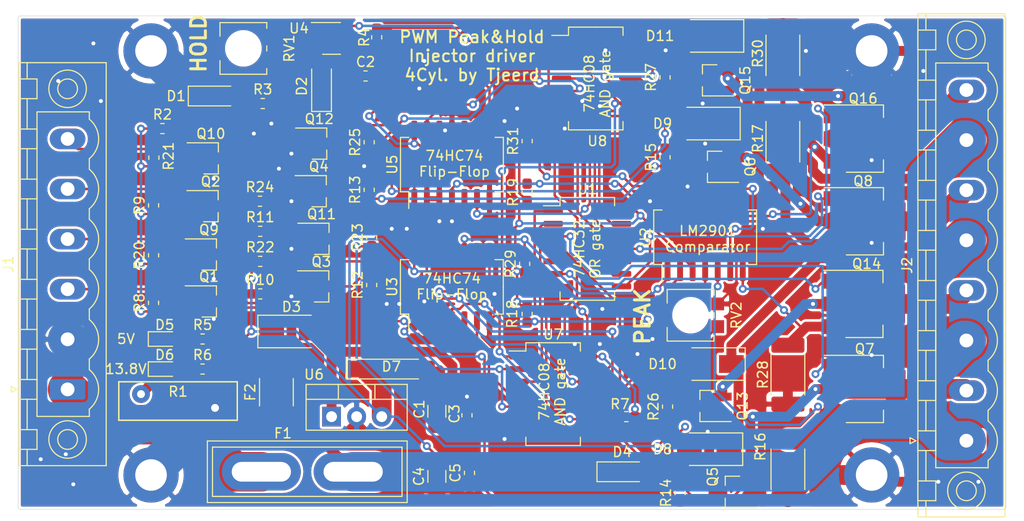
<source format=kicad_pcb>
(kicad_pcb (version 20171130) (host pcbnew 5.1.6-c6e7f7d~87~ubuntu18.04.1)
  (layers (0 F.Cu signal) (31 B.Cu signal hide) (34 B.Paste user hide) (35 F.Paste user hide) (36 B.SilkS user hide) (37 F.SilkS user) (38 B.Mask user hide) (39 F.Mask user) (44 Edge.Cuts user))
  (net 0 "")
  (net 1 5V)
  (net 2 VBAT)
  (net 3 INJ1-OUT)
  (net 4 "Net-(Q16-Pad3)")
  (net 5 INJ3-OUT)
  (net 6 INJ2-OUT)
  (net 7 INJ4-OUT)
  (net 8 "Net-(Q3-Pad3)")
  (net 9 "Net-(Q4-Pad3)")
  (net 10 "Net-(D1-Pad2)")
  (net 11 "Net-(D2-Pad2)")
  (net 12 "Net-(D6-Pad2)")
  (net 13 VREF)
  (net 14 PWM)
  (net 15 "Net-(U5-Pad8)")
  (net 16 "Net-(U5-Pad6)")
  (net 17 PWR_GND)
  (net 18 VBAT_IN)
  (net 19 INJ4)
  (net 20 INJ3)
  (net 21 INJ2)
  (net 22 INJ1)
  (net 23 inv_INJ1)
  (net 24 inv_INJ3)
  (net 25 "Net-(Q8-Pad3)")
  (net 26 "Net-(Q12-Pad3)")
  (net 27 "Net-(Q14-Pad1)")
  (net 28 "Net-(Q14-Pad3)")
  (net 29 inv_INJ2)
  (net 30 "Net-(RV1-Pad2)")
  (net 31 inv_INJ4)
  (net 32 "Net-(C1-Pad2)")
  (net 33 "Net-(D3-Pad1)")
  (net 34 "Net-(D4-Pad2)")
  (net 35 "Net-(D5-Pad2)")
  (net 36 "Net-(D8-Pad2)")
  (net 37 "Net-(D9-Pad2)")
  (net 38 "Net-(D10-Pad2)")
  (net 39 "Net-(D11-Pad2)")
  (net 40 "Net-(Q5-Pad1)")
  (net 41 "Net-(Q6-Pad1)")
  (net 42 "Net-(Q7-Pad1)")
  (net 43 "Net-(Q7-Pad3)")
  (net 44 "Net-(Q8-Pad1)")
  (net 45 "Net-(Q11-Pad3)")
  (net 46 "Net-(Q13-Pad1)")
  (net 47 "Net-(Q15-Pad1)")
  (net 48 "Net-(Q16-Pad1)")
  (net 49 "Net-(R3-Pad1)")
  (net 50 "Net-(R18-Pad2)")
  (net 51 "Net-(R19-Pad2)")
  (net 52 "Net-(R29-Pad2)")
  (net 53 "Net-(R31-Pad2)")
  (net 54 "Net-(U1-Pad13)")
  (net 55 "Net-(U1-Pad12)")
  (net 56 "Net-(U1-Pad10)")
  (net 57 "Net-(U1-Pad9)")
  (net 58 "Net-(U1-Pad5)")
  (net 59 "Net-(U1-Pad4)")
  (net 60 "Net-(U1-Pad2)")
  (net 61 "Net-(U1-Pad1)")
  (net 62 "Net-(U3-Pad9)")
  (net 63 "Net-(U3-Pad8)")
  (net 64 "Net-(U3-Pad6)")
  (net 65 "Net-(U3-Pad5)")
  (net 66 "Net-(U5-Pad9)")
  (net 67 "Net-(U5-Pad5)")
  (module Diode_SMD:D_SMA (layer F.Cu) (at 139.446 98.044)
    (fp_text reference D3 (at 0 -2.5) (layer F.SilkS))
    (fp_text value 40V-1A)
    (pad 2 smd rect (at 2 0) (size 2.5 1.8) (layers F.Cu F.Paste F.Mask) (net 32 "Net-(C1-Pad2)"))
    (pad 1 smd rect (at -2 0) (size 2.5 1.8) (layers F.Cu F.Paste F.Mask) (net 33 "Net-(D3-Pad1)"))
  )
  (module Diode_SMD:D_SMA (layer F.Cu) (at 181.758 109.982 180)
    (fp_text reference D8 (at 4.72 0) (layer F.SilkS))
    (fp_text value SS310)
    (pad 2 smd rect (at 2 0 180) (size 2.5 1.8) (layers F.Cu F.Paste F.Mask) (net 36 "Net-(D8-Pad2)"))
    (pad 1 smd rect (at -2 0 180) (size 2.5 1.8) (layers F.Cu F.Paste F.Mask) (net 2 VBAT))
  )
  (module Diode_SMD:D_SMA (layer F.Cu) (at 181.504 76.962 180)
    (fp_text reference D9 (at 4.466 0) (layer F.SilkS))
    (fp_text value SS310)
    (pad 2 smd rect (at 2 0 180) (size 2.5 1.8) (layers F.Cu F.Paste F.Mask) (net 37 "Net-(D9-Pad2)"))
    (pad 1 smd rect (at -2 0 180) (size 2.5 1.8) (layers F.Cu F.Paste F.Mask) (net 2 VBAT))
  )
  (module Diode_SMD:D_SMA (layer F.Cu) (at 182.012 101.346 180)
    (fp_text reference D10 (at 4.974 0) (layer F.SilkS))
    (fp_text value SS310)
    (pad 2 smd rect (at 2 0 180) (size 2.5 1.8) (layers F.Cu F.Paste F.Mask) (net 38 "Net-(D10-Pad2)"))
    (pad 1 smd rect (at -2 0 180) (size 2.5 1.8) (layers F.Cu F.Paste F.Mask) (net 2 VBAT))
  )
  (module Diode_SMD:D_SMA (layer F.Cu) (at 181.864 68.072 180)
    (fp_text reference D11 (at 5.08 0) (layer F.SilkS))
    (fp_text value SS310)
    (pad 2 smd rect (at 2 0 180) (size 2.5 1.8) (layers F.Cu F.Paste F.Mask) (net 39 "Net-(D11-Pad2)"))
    (pad 1 smd rect (at -2 0 180) (size 2.5 1.8) (layers F.Cu F.Paste F.Mask) (net 2 VBAT))
  )
  (module Package_SO:SO-14_5.3x10.2mm_P1.27mm (layer F.Cu) (at 165.9555 104.394)
    (fp_text reference U7 (at 0 -6.05) (layer F.SilkS))
    (fp_text value 74LS08)
    (pad 14 smd roundrect (at 3.4625 -3.81) (size 1.975 0.6) (layers F.Cu F.Paste F.Mask) (net 1 5V))
    (pad 13 smd roundrect (at 3.4625 -2.54) (size 1.975 0.6) (layers F.Cu F.Paste F.Mask) (net 29 inv_INJ2))
    (pad 12 smd roundrect (at 3.4625 -1.27) (size 1.975 0.6) (layers F.Cu F.Paste F.Mask) (net 63 "Net-(U3-Pad8)"))
    (pad 11 smd roundrect (at 3.4625 0) (size 1.975 0.6) (layers F.Cu F.Paste F.Mask) (net 58 "Net-(U1-Pad5)"))
    (pad 10 smd roundrect (at 3.4625 1.27) (size 1.975 0.6) (layers F.Cu F.Paste F.Mask) (net 29 inv_INJ2))
    (pad 9 smd roundrect (at 3.4625 2.54) (size 1.975 0.6) (layers F.Cu F.Paste F.Mask) (net 14 PWM))
    (pad 8 smd roundrect (at 3.4625 3.81) (size 1.975 0.6) (layers F.Cu F.Paste F.Mask) (net 59 "Net-(U1-Pad4)"))
    (pad 7 smd roundrect (at -3.4625 3.81) (size 1.975 0.6) (layers F.Cu F.Paste F.Mask) (net 17 PWR_GND))
    (pad 6 smd roundrect (at -3.4625 2.54) (size 1.975 0.6) (layers F.Cu F.Paste F.Mask) (net 60 "Net-(U1-Pad2)"))
    (pad 5 smd roundrect (at -3.4625 1.27) (size 1.975 0.6) (layers F.Cu F.Paste F.Mask) (net 23 inv_INJ1))
    (pad 4 smd roundrect (at -3.4625 0) (size 1.975 0.6) (layers F.Cu F.Paste F.Mask) (net 64 "Net-(U3-Pad6)"))
    (pad 3 smd roundrect (at -3.4625 -1.27) (size 1.975 0.6) (layers F.Cu F.Paste F.Mask) (net 61 "Net-(U1-Pad1)"))
    (pad 2 smd roundrect (at -3.4625 -2.54) (size 1.975 0.6) (layers F.Cu F.Paste F.Mask) (net 23 inv_INJ1))
    (pad 1 smd roundrect (at -3.4625 -3.81) (size 1.975 0.6) (layers F.Cu F.Paste F.Mask) (net 14 PWM))
  )
  (module MountingHole:MountingHole_3.2mm_M3_DIN965_Pad (layer F.Cu) (at 125.222 69.596)
    (fp_text reference J6 (at 0 0) (layer F.SilkS))
    (fp_text value "Mounting 3mm")
    (pad 1 thru_hole circle (at 0 0) (size 5.6 5.6) (drill 3.2) (layers *.Cu *.Mask) (net 17 PWR_GND))
  )
  (module MountingHole:MountingHole_3.2mm_M3_DIN965_Pad (layer F.Cu) (at 198.222 112.596)
    (fp_text reference J5 (at -0.356 -0.074) (layer F.SilkS))
    (fp_text value "Mounting 3mm")
    (pad 1 thru_hole circle (at 0 0) (size 5.6 5.6) (drill 3.2) (layers *.Cu *.Mask) (net 17 PWR_GND))
  )
  (module MountingHole:MountingHole_3.2mm_M3_DIN965_Pad (layer F.Cu) (at 125.222 112.596)
    (fp_text reference J4 (at 0 0.18) (layer F.SilkS))
    (fp_text value "Mounting 3mm")
    (pad 1 thru_hole circle (at 0 0) (size 5.6 5.6) (drill 3.2) (layers *.Cu *.Mask) (net 17 PWR_GND))
  )
  (module MountingHole:MountingHole_3.2mm_M3_DIN965_Pad (layer F.Cu) (at 198.222 69.596)
    (fp_text reference J3 (at -0.356 0.254) (layer F.SilkS))
    (fp_text value "Mounting 3mm")
    (pad 1 thru_hole circle (at 0 0) (size 5.6 5.6) (drill 3.2) (layers *.Cu *.Mask) (net 17 PWR_GND))
  )
  (module Diode_SMD:D_MiniMELF (layer F.Cu) (at 172.946 112.268)
    (fp_text reference D4 (at 0 -2) (layer F.SilkS))
    (fp_text value LL4148)
    (pad 2 smd rect (at 1.75 0) (size 1.3 1.7) (layers F.Cu F.Paste F.Mask) (net 34 "Net-(D4-Pad2)"))
    (pad 1 smd rect (at -1.75 0) (size 1.3 1.7) (layers F.Cu F.Paste F.Mask) (net 17 PWR_GND))
  )
  (module Package_SO:SO-14_5.3x10.2mm_P1.27mm (layer F.Cu) (at 155.696 93.522 90)
    (fp_text reference U3 (at 0 -6.05 90) (layer F.SilkS))
    (fp_text value 74LS74)
    (pad 14 smd roundrect (at 3.4625 -3.81 90) (size 1.975 0.6) (layers F.Cu F.Paste F.Mask) (net 1 5V))
    (pad 13 smd roundrect (at 3.4625 -2.54 90) (size 1.975 0.6) (layers F.Cu F.Paste F.Mask) (net 29 inv_INJ2))
    (pad 12 smd roundrect (at 3.4625 -1.27 90) (size 1.975 0.6) (layers F.Cu F.Paste F.Mask) (net 17 PWR_GND))
    (pad 11 smd roundrect (at 3.4625 0 90) (size 1.975 0.6) (layers F.Cu F.Paste F.Mask) (net 17 PWR_GND))
    (pad 10 smd roundrect (at 3.4625 1.27 90) (size 1.975 0.6) (layers F.Cu F.Paste F.Mask) (net 52 "Net-(R29-Pad2)"))
    (pad 9 smd roundrect (at 3.4625 2.54 90) (size 1.975 0.6) (layers F.Cu F.Paste F.Mask) (net 62 "Net-(U3-Pad9)"))
    (pad 8 smd roundrect (at 3.4625 3.81 90) (size 1.975 0.6) (layers F.Cu F.Paste F.Mask) (net 63 "Net-(U3-Pad8)"))
    (pad 7 smd roundrect (at -3.4625 3.81 90) (size 1.975 0.6) (layers F.Cu F.Paste F.Mask) (net 17 PWR_GND))
    (pad 6 smd roundrect (at -3.4625 2.54 90) (size 1.975 0.6) (layers F.Cu F.Paste F.Mask) (net 64 "Net-(U3-Pad6)"))
    (pad 5 smd roundrect (at -3.4625 1.27 90) (size 1.975 0.6) (layers F.Cu F.Paste F.Mask) (net 65 "Net-(U3-Pad5)"))
    (pad 4 smd roundrect (at -3.4625 0 90) (size 1.975 0.6) (layers F.Cu F.Paste F.Mask) (net 50 "Net-(R18-Pad2)"))
    (pad 3 smd roundrect (at -3.4625 -1.27 90) (size 1.975 0.6) (layers F.Cu F.Paste F.Mask) (net 17 PWR_GND))
    (pad 2 smd roundrect (at -3.4625 -2.54 90) (size 1.975 0.6) (layers F.Cu F.Paste F.Mask) (net 17 PWR_GND))
    (pad 1 smd roundrect (at -3.4625 -3.81 90) (size 1.975 0.6) (layers F.Cu F.Paste F.Mask) (net 23 inv_INJ1))
  )
  (module Package_SO:SO-14_5.3x10.2mm_P1.27mm (layer F.Cu) (at 170.2735 72.39)
    (fp_text reference U8 (at 0.1605 6.35) (layer F.SilkS))
    (fp_text value 74LS08)
    (pad 14 smd roundrect (at 3.4625 -3.81) (size 1.975 0.6) (layers F.Cu F.Paste F.Mask) (net 1 5V))
    (pad 13 smd roundrect (at 3.4625 -2.54) (size 1.975 0.6) (layers F.Cu F.Paste F.Mask) (net 31 inv_INJ4))
    (pad 12 smd roundrect (at 3.4625 -1.27) (size 1.975 0.6) (layers F.Cu F.Paste F.Mask) (net 15 "Net-(U5-Pad8)"))
    (pad 11 smd roundrect (at 3.4625 0) (size 1.975 0.6) (layers F.Cu F.Paste F.Mask) (net 54 "Net-(U1-Pad13)"))
    (pad 10 smd roundrect (at 3.4625 1.27) (size 1.975 0.6) (layers F.Cu F.Paste F.Mask) (net 31 inv_INJ4))
    (pad 9 smd roundrect (at 3.4625 2.54) (size 1.975 0.6) (layers F.Cu F.Paste F.Mask) (net 14 PWM))
    (pad 8 smd roundrect (at 3.4625 3.81) (size 1.975 0.6) (layers F.Cu F.Paste F.Mask) (net 55 "Net-(U1-Pad12)"))
    (pad 7 smd roundrect (at -3.4625 3.81) (size 1.975 0.6) (layers F.Cu F.Paste F.Mask) (net 17 PWR_GND))
    (pad 6 smd roundrect (at -3.4625 2.54) (size 1.975 0.6) (layers F.Cu F.Paste F.Mask) (net 56 "Net-(U1-Pad10)"))
    (pad 5 smd roundrect (at -3.4625 1.27) (size 1.975 0.6) (layers F.Cu F.Paste F.Mask) (net 24 inv_INJ3))
    (pad 4 smd roundrect (at -3.4625 0) (size 1.975 0.6) (layers F.Cu F.Paste F.Mask) (net 16 "Net-(U5-Pad6)"))
    (pad 3 smd roundrect (at -3.4625 -1.27) (size 1.975 0.6) (layers F.Cu F.Paste F.Mask) (net 57 "Net-(U1-Pad9)"))
    (pad 2 smd roundrect (at -3.4625 -2.54) (size 1.975 0.6) (layers F.Cu F.Paste F.Mask) (net 24 inv_INJ3))
    (pad 1 smd roundrect (at -3.4625 -3.81) (size 1.975 0.6) (layers F.Cu F.Paste F.Mask) (net 14 PWM))
  )
  (module Package_SO:SO-14_5.3x10.2mm_P1.27mm (layer F.Cu) (at 169.418 89.662)
    (fp_text reference U1 (at 0 -6.05) (layer F.SilkS))
    (fp_text value 74LS32)
    (pad 14 smd roundrect (at 3.4625 -3.81) (size 1.975 0.6) (layers F.Cu F.Paste F.Mask) (net 1 5V))
    (pad 13 smd roundrect (at 3.4625 -2.54) (size 1.975 0.6) (layers F.Cu F.Paste F.Mask) (net 54 "Net-(U1-Pad13)"))
    (pad 12 smd roundrect (at 3.4625 -1.27) (size 1.975 0.6) (layers F.Cu F.Paste F.Mask) (net 55 "Net-(U1-Pad12)"))
    (pad 11 smd roundrect (at 3.4625 0) (size 1.975 0.6) (layers F.Cu F.Paste F.Mask) (net 48 "Net-(Q16-Pad1)"))
    (pad 10 smd roundrect (at 3.4625 1.27) (size 1.975 0.6) (layers F.Cu F.Paste F.Mask) (net 56 "Net-(U1-Pad10)"))
    (pad 9 smd roundrect (at 3.4625 2.54) (size 1.975 0.6) (layers F.Cu F.Paste F.Mask) (net 57 "Net-(U1-Pad9)"))
    (pad 8 smd roundrect (at 3.4625 3.81) (size 1.975 0.6) (layers F.Cu F.Paste F.Mask) (net 44 "Net-(Q8-Pad1)"))
    (pad 7 smd roundrect (at -3.4625 3.81) (size 1.975 0.6) (layers F.Cu F.Paste F.Mask) (net 17 PWR_GND))
    (pad 6 smd roundrect (at -3.4625 2.54) (size 1.975 0.6) (layers F.Cu F.Paste F.Mask) (net 27 "Net-(Q14-Pad1)"))
    (pad 5 smd roundrect (at -3.4625 1.27) (size 1.975 0.6) (layers F.Cu F.Paste F.Mask) (net 58 "Net-(U1-Pad5)"))
    (pad 4 smd roundrect (at -3.4625 0) (size 1.975 0.6) (layers F.Cu F.Paste F.Mask) (net 59 "Net-(U1-Pad4)"))
    (pad 3 smd roundrect (at -3.4625 -1.27) (size 1.975 0.6) (layers F.Cu F.Paste F.Mask) (net 42 "Net-(Q7-Pad1)"))
    (pad 2 smd roundrect (at -3.4625 -2.54) (size 1.975 0.6) (layers F.Cu F.Paste F.Mask) (net 60 "Net-(U1-Pad2)"))
    (pad 1 smd roundrect (at -3.4625 -3.81) (size 1.975 0.6) (layers F.Cu F.Paste F.Mask) (net 61 "Net-(U1-Pad1)"))
  )
  (module Resistor_SMD:R_2512_6332Metric_Pad1.52x3.35mm_HandSolder (layer F.Cu) (at 189.23 78.8005 90)
    (fp_text reference R17 (at 0.3145 -2.54 90) (layer F.SilkS))
    (fp_text value 0R1)
    (pad 2 smd roundrect (at 2.9875 0 90) (size 1.525 3.35) (layers F.Cu F.Paste F.Mask) (roundrect_rratio 0.163934) (net 17 PWR_GND))
    (pad 1 smd roundrect (at -2.9875 0 90) (size 1.525 3.35) (layers F.Cu F.Paste F.Mask) (roundrect_rratio 0.163934) (net 25 "Net-(Q8-Pad3)"))
  )
  (module Resistor_SMD:R_2512_6332Metric_Pad1.52x3.35mm_HandSolder (layer F.Cu) (at 189.738 112.014 270)
    (fp_text reference R16 (at -2.286 2.794 90) (layer F.SilkS))
    (fp_text value 0R1)
    (pad 2 smd roundrect (at 2.9875 0 270) (size 1.525 3.35) (layers F.Cu F.Paste F.Mask) (roundrect_rratio 0.163934) (net 17 PWR_GND))
    (pad 1 smd roundrect (at -2.9875 0 270) (size 1.525 3.35) (layers F.Cu F.Paste F.Mask) (roundrect_rratio 0.163934) (net 43 "Net-(Q7-Pad3)"))
  )
  (module Diode_SMD:D_MiniMELF_Handsoldering (layer F.Cu) (at 149.562 101.854)
    (fp_text reference D7 (at 0 -0.254) (layer F.SilkS))
    (fp_text value D_Zener_Small)
    (pad 2 smd rect (at 2.75 0) (size 3.3 1.7) (layers F.Cu F.Paste F.Mask) (net 17 PWR_GND))
    (pad 1 smd rect (at -2.75 0) (size 3.3 1.7) (layers F.Cu F.Paste F.Mask) (net 1 5V))
  )
  (module LED_SMD:LED_0603_1608Metric_Pad1.05x0.95mm_HandSolder (layer F.Cu) (at 126.605 101.854)
    (fp_text reference D6 (at 0 -1.43) (layer F.SilkS))
    (fp_text value BLUE)
    (pad 2 smd roundrect (at 0.875 0) (size 1.05 0.95) (layers F.Cu F.Paste F.Mask) (net 12 "Net-(D6-Pad2)"))
    (pad 1 smd roundrect (at -0.875 0) (size 1.05 0.95) (layers F.Cu F.Paste F.Mask) (net 17 PWR_GND))
  )
  (module LED_SMD:LED_0603_1608Metric_Pad1.05x0.95mm_HandSolder (layer F.Cu) (at 126.605 98.806)
    (fp_text reference D5 (at 0 -1.43) (layer F.SilkS))
    (fp_text value BLUE)
    (pad 2 smd roundrect (at 0.875 0) (size 1.05 0.95) (layers F.Cu F.Paste F.Mask) (net 35 "Net-(D5-Pad2)"))
    (pad 1 smd roundrect (at -0.875 0) (size 1.05 0.95) (layers F.Cu F.Paste F.Mask) (net 17 PWR_GND))
  )
  (module Package_TO_SOT_SMD:SOT-223 (layer F.Cu) (at 197.51 78.486)
    (fp_text reference Q16 (at -0.152 -4.064) (layer F.SilkS))
    (fp_text value BSP78)
    (pad 1 smd rect (at -3.15 -2.3) (size 2 1.5) (layers F.Cu F.Paste F.Mask) (net 48 "Net-(Q16-Pad1)"))
    (pad 3 smd rect (at -3.15 2.3) (size 2 1.5) (layers F.Cu F.Paste F.Mask) (net 4 "Net-(Q16-Pad3)"))
    (pad 2 smd rect (at -3.15 0) (size 2 1.5) (layers F.Cu F.Paste F.Mask) (net 7 INJ4-OUT))
    (pad 4 smd rect (at 3.15 0) (size 2 3.8) (layers F.Cu F.Paste F.Mask) (net 7 INJ4-OUT))
  )
  (module Package_TO_SOT_SMD:SOT-223 (layer F.Cu) (at 197.46 95.25)
    (fp_text reference Q14 (at 0.254 -4.064) (layer F.SilkS))
    (fp_text value BSP78)
    (pad 1 smd rect (at -3.15 -2.3) (size 2 1.5) (layers F.Cu F.Paste F.Mask) (net 27 "Net-(Q14-Pad1)"))
    (pad 3 smd rect (at -3.15 2.3) (size 2 1.5) (layers F.Cu F.Paste F.Mask) (net 28 "Net-(Q14-Pad3)"))
    (pad 2 smd rect (at -3.15 0) (size 2 1.5) (layers F.Cu F.Paste F.Mask) (net 6 INJ2-OUT))
    (pad 4 smd rect (at 3.15 0) (size 2 3.8) (layers F.Cu F.Paste F.Mask) (net 6 INJ2-OUT))
  )
  (module Package_TO_SOT_SMD:SOT-223 (layer F.Cu) (at 197.51 86.868)
    (fp_text reference Q8 (at -0.152 -4.064) (layer F.SilkS))
    (fp_text value BSP78)
    (pad 1 smd rect (at -3.15 -2.3) (size 2 1.5) (layers F.Cu F.Paste F.Mask) (net 44 "Net-(Q8-Pad1)"))
    (pad 3 smd rect (at -3.15 2.3) (size 2 1.5) (layers F.Cu F.Paste F.Mask) (net 25 "Net-(Q8-Pad3)"))
    (pad 2 smd rect (at -3.15 0) (size 2 1.5) (layers F.Cu F.Paste F.Mask) (net 5 INJ3-OUT))
    (pad 4 smd rect (at 3.15 0) (size 2 3.8) (layers F.Cu F.Paste F.Mask) (net 5 INJ3-OUT))
  )
  (module Package_TO_SOT_SMD:SOT-223 (layer F.Cu) (at 197.51 103.872)
    (fp_text reference Q7 (at 0 -4.05) (layer F.SilkS))
    (fp_text value BSP78)
    (pad 1 smd rect (at -3.15 -2.3) (size 2 1.5) (layers F.Cu F.Paste F.Mask) (net 42 "Net-(Q7-Pad1)"))
    (pad 3 smd rect (at -3.15 2.3) (size 2 1.5) (layers F.Cu F.Paste F.Mask) (net 43 "Net-(Q7-Pad3)"))
    (pad 2 smd rect (at -3.15 0) (size 2 1.5) (layers F.Cu F.Paste F.Mask) (net 3 INJ1-OUT))
    (pad 4 smd rect (at 3.15 0) (size 2 3.8) (layers F.Cu F.Paste F.Mask) (net 3 INJ1-OUT))
  )
  (module Package_SO:SO-14_5.3x10.2mm_P1.27mm (layer F.Cu) (at 155.702 81.1195 90)
    (fp_text reference U5 (at 0 -6.05 90) (layer F.SilkS))
    (fp_text value 74LS74)
    (pad 14 smd roundrect (at 3.4625 -3.81 90) (size 1.975 0.6) (layers F.Cu F.Paste F.Mask) (net 1 5V))
    (pad 13 smd roundrect (at 3.4625 -2.54 90) (size 1.975 0.6) (layers F.Cu F.Paste F.Mask) (net 31 inv_INJ4))
    (pad 12 smd roundrect (at 3.4625 -1.27 90) (size 1.975 0.6) (layers F.Cu F.Paste F.Mask) (net 17 PWR_GND))
    (pad 11 smd roundrect (at 3.4625 0 90) (size 1.975 0.6) (layers F.Cu F.Paste F.Mask) (net 17 PWR_GND))
    (pad 10 smd roundrect (at 3.4625 1.27 90) (size 1.975 0.6) (layers F.Cu F.Paste F.Mask) (net 53 "Net-(R31-Pad2)"))
    (pad 9 smd roundrect (at 3.4625 2.54 90) (size 1.975 0.6) (layers F.Cu F.Paste F.Mask) (net 66 "Net-(U5-Pad9)"))
    (pad 8 smd roundrect (at 3.4625 3.81 90) (size 1.975 0.6) (layers F.Cu F.Paste F.Mask) (net 15 "Net-(U5-Pad8)"))
    (pad 7 smd roundrect (at -3.4625 3.81 90) (size 1.975 0.6) (layers F.Cu F.Paste F.Mask) (net 17 PWR_GND))
    (pad 6 smd roundrect (at -3.4625 2.54 90) (size 1.975 0.6) (layers F.Cu F.Paste F.Mask) (net 16 "Net-(U5-Pad6)"))
    (pad 5 smd roundrect (at -3.4625 1.27 90) (size 1.975 0.6) (layers F.Cu F.Paste F.Mask) (net 67 "Net-(U5-Pad5)"))
    (pad 4 smd roundrect (at -3.4625 0 90) (size 1.975 0.6) (layers F.Cu F.Paste F.Mask) (net 51 "Net-(R19-Pad2)"))
    (pad 3 smd roundrect (at -3.4625 -1.27 90) (size 1.975 0.6) (layers F.Cu F.Paste F.Mask) (net 17 PWR_GND))
    (pad 2 smd roundrect (at -3.4625 -2.54 90) (size 1.975 0.6) (layers F.Cu F.Paste F.Mask) (net 17 PWR_GND))
    (pad 1 smd roundrect (at -3.4625 -3.81 90) (size 1.975 0.6) (layers F.Cu F.Paste F.Mask) (net 24 inv_INJ3))
  )
  (module Resistor_SMD:R_0603_1608Metric_Pad1.05x0.95mm_HandSolder (layer F.Cu) (at 136.257 84.836)
    (fp_text reference R24 (at 0 -1.43) (layer F.SilkS))
    (fp_text value 10K)
    (pad 2 smd roundrect (at 0.875 0) (size 1.05 0.95) (layers F.Cu F.Paste F.Mask) (net 31 inv_INJ4))
    (pad 1 smd roundrect (at -0.875 0) (size 1.05 0.95) (layers F.Cu F.Paste F.Mask) (net 1 5V))
  )
  (module Resistor_SMD:R_0603_1608Metric_Pad1.05x0.95mm_HandSolder (layer F.Cu) (at 136.285 90.932)
    (fp_text reference R22 (at 0 -1.43) (layer F.SilkS))
    (fp_text value 10K)
    (pad 2 smd roundrect (at 0.875 0) (size 1.05 0.95) (layers F.Cu F.Paste F.Mask) (net 29 inv_INJ2))
    (pad 1 smd roundrect (at -0.875 0) (size 1.05 0.95) (layers F.Cu F.Paste F.Mask) (net 1 5V))
  )
  (module Resistor_SMD:R_0603_1608Metric_Pad1.05x0.95mm_HandSolder (layer F.Cu) (at 177.292 80.377 90)
    (fp_text reference R15 (at 0 -1.43 90) (layer F.SilkS))
    (fp_text value 470)
    (pad 2 smd roundrect (at 0.875 0 90) (size 1.05 0.95) (layers F.Cu F.Paste F.Mask) (net 5 INJ3-OUT))
    (pad 1 smd roundrect (at -0.875 0 90) (size 1.05 0.95) (layers F.Cu F.Paste F.Mask) (net 41 "Net-(Q6-Pad1)"))
  )
  (module Resistor_SMD:R_0603_1608Metric_Pad1.05x0.95mm_HandSolder (layer F.Cu) (at 178.816 114.413 90)
    (fp_text reference R14 (at 0 -1.43 90) (layer F.SilkS))
    (fp_text value 470)
    (pad 2 smd roundrect (at 0.875 0 90) (size 1.05 0.95) (layers F.Cu F.Paste F.Mask) (net 3 INJ1-OUT))
    (pad 1 smd roundrect (at -0.875 0 90) (size 1.05 0.95) (layers F.Cu F.Paste F.Mask) (net 40 "Net-(Q5-Pad1)"))
  )
  (module Resistor_SMD:R_0603_1608Metric_Pad1.05x0.95mm_HandSolder (layer F.Cu) (at 147.32 83.679 90)
    (fp_text reference R13 (at 0 -1.43 90) (layer F.SilkS))
    (fp_text value 1K8)
    (pad 2 smd roundrect (at 0.875 0 90) (size 1.05 0.95) (layers F.Cu F.Paste F.Mask) (net 9 "Net-(Q4-Pad3)"))
    (pad 1 smd roundrect (at -0.875 0 90) (size 1.05 0.95) (layers F.Cu F.Paste F.Mask) (net 41 "Net-(Q6-Pad1)"))
  )
  (module Resistor_SMD:R_0603_1608Metric_Pad1.05x0.95mm_HandSolder (layer F.Cu) (at 147.574 93.331 90)
    (fp_text reference R12 (at 0 -1.43 90) (layer F.SilkS))
    (fp_text value 1K8)
    (pad 2 smd roundrect (at 0.875 0 90) (size 1.05 0.95) (layers F.Cu F.Paste F.Mask) (net 8 "Net-(Q3-Pad3)"))
    (pad 1 smd roundrect (at -0.875 0 90) (size 1.05 0.95) (layers F.Cu F.Paste F.Mask) (net 40 "Net-(Q5-Pad1)"))
  )
  (module Resistor_SMD:R_0603_1608Metric_Pad1.05x0.95mm_HandSolder (layer F.Cu) (at 136.285 87.884)
    (fp_text reference R11 (at 0 -1.43) (layer F.SilkS))
    (fp_text value 10K)
    (pad 2 smd roundrect (at 0.875 0) (size 1.05 0.95) (layers F.Cu F.Paste F.Mask) (net 24 inv_INJ3))
    (pad 1 smd roundrect (at -0.875 0) (size 1.05 0.95) (layers F.Cu F.Paste F.Mask) (net 1 5V))
  )
  (module Resistor_SMD:R_0603_1608Metric_Pad1.05x0.95mm_HandSolder (layer F.Cu) (at 136.285 94.234)
    (fp_text reference R10 (at 0 -1.43) (layer F.SilkS))
    (fp_text value 10K)
    (pad 2 smd roundrect (at 0.875 0) (size 1.05 0.95) (layers F.Cu F.Paste F.Mask) (net 23 inv_INJ1))
    (pad 1 smd roundrect (at -0.875 0) (size 1.05 0.95) (layers F.Cu F.Paste F.Mask) (net 1 5V))
  )
  (module Resistor_SMD:R_0603_1608Metric_Pad1.05x0.95mm_HandSolder (layer F.Cu) (at 125.51 80.417 90)
    (fp_text reference R21 (at 0.153 1.49 90) (layer F.SilkS))
    (fp_text value 1K)
    (pad 2 smd roundrect (at 0.875 0 90) (size 1.05 0.95) (layers F.Cu F.Paste F.Mask) (net 19 INJ4))
    (pad 1 smd roundrect (at -0.875 0 90) (size 1.05 0.95) (layers F.Cu F.Paste F.Mask) (net 1 5V))
  )
  (module Resistor_SMD:R_0603_1608Metric_Pad1.05x0.95mm_HandSolder (layer F.Cu) (at 125.48 90.313 90)
    (fp_text reference R20 (at 0 -1.43 90) (layer F.SilkS))
    (fp_text value 1K)
    (pad 2 smd roundrect (at 0.875 0 90) (size 1.05 0.95) (layers F.Cu F.Paste F.Mask) (net 21 INJ2))
    (pad 1 smd roundrect (at -0.875 0 90) (size 1.05 0.95) (layers F.Cu F.Paste F.Mask) (net 1 5V))
  )
  (module Resistor_SMD:R_0603_1608Metric_Pad1.05x0.95mm_HandSolder (layer F.Cu) (at 125.48 85.253 90)
    (fp_text reference R9 (at 0 -1.43 90) (layer F.SilkS))
    (fp_text value 1K)
    (pad 2 smd roundrect (at 0.875 0 90) (size 1.05 0.95) (layers F.Cu F.Paste F.Mask) (net 20 INJ3))
    (pad 1 smd roundrect (at -0.875 0 90) (size 1.05 0.95) (layers F.Cu F.Paste F.Mask) (net 1 5V))
  )
  (module Resistor_SMD:R_0603_1608Metric_Pad1.05x0.95mm_HandSolder (layer F.Cu) (at 125.476 95.137 90)
    (fp_text reference R8 (at 0 -1.43 90) (layer F.SilkS))
    (fp_text value 1K)
    (pad 2 smd roundrect (at 0.875 0 90) (size 1.05 0.95) (layers F.Cu F.Paste F.Mask) (net 22 INJ1))
    (pad 1 smd roundrect (at -0.875 0 90) (size 1.05 0.95) (layers F.Cu F.Paste F.Mask) (net 1 5V))
  )
  (module Package_TO_SOT_SMD:SOT-23_Handsoldering (layer F.Cu) (at 181.84 72.578 180)
    (fp_text reference Q15 (at -3.58 0 90) (layer F.SilkS))
    (fp_text value AO3401A)
    (pad 3 smd rect (at 1.5 0 180) (size 1.9 0.8) (layers F.Cu F.Paste F.Mask) (net 39 "Net-(D11-Pad2)"))
    (pad 2 smd rect (at -1.5 0.95 180) (size 1.9 0.8) (layers F.Cu F.Paste F.Mask) (net 7 INJ4-OUT))
    (pad 1 smd rect (at -1.5 -0.95 180) (size 1.9 0.8) (layers F.Cu F.Paste F.Mask) (net 47 "Net-(Q15-Pad1)"))
  )
  (module Package_TO_SOT_SMD:SOT-23_Handsoldering (layer F.Cu) (at 182.348 81.346 180)
    (fp_text reference Q6 (at -3.58 0 90) (layer F.SilkS))
    (fp_text value AO3401A)
    (pad 3 smd rect (at 1.5 0 180) (size 1.9 0.8) (layers F.Cu F.Paste F.Mask) (net 37 "Net-(D9-Pad2)"))
    (pad 2 smd rect (at -1.5 0.95 180) (size 1.9 0.8) (layers F.Cu F.Paste F.Mask) (net 5 INJ3-OUT))
    (pad 1 smd rect (at -1.5 -0.95 180) (size 1.9 0.8) (layers F.Cu F.Paste F.Mask) (net 41 "Net-(Q6-Pad1)"))
  )
  (module Package_TO_SOT_SMD:SOT-23_Handsoldering (layer F.Cu) (at 184.15 114.3 180)
    (fp_text reference Q5 (at 2.032 1.524 90) (layer F.SilkS))
    (fp_text value AO3401A)
    (pad 3 smd rect (at 1.5 0 180) (size 1.9 0.8) (layers F.Cu F.Paste F.Mask) (net 36 "Net-(D8-Pad2)"))
    (pad 2 smd rect (at -1.5 0.95 180) (size 1.9 0.8) (layers F.Cu F.Paste F.Mask) (net 3 INJ1-OUT))
    (pad 1 smd rect (at -1.5 -0.95 180) (size 1.9 0.8) (layers F.Cu F.Paste F.Mask) (net 40 "Net-(Q5-Pad1)"))
  )
  (module Package_TO_SOT_SMD:SOT-23_Handsoldering (layer F.Cu) (at 142.47 93.472)
    (fp_text reference Q3 (at 0 -2.5) (layer F.SilkS))
    (fp_text value AO3422)
    (pad 3 smd rect (at 1.5 0) (size 1.9 0.8) (layers F.Cu F.Paste F.Mask) (net 8 "Net-(Q3-Pad3)"))
    (pad 2 smd rect (at -1.5 0.95) (size 1.9 0.8) (layers F.Cu F.Paste F.Mask) (net 17 PWR_GND))
    (pad 1 smd rect (at -1.5 -0.95) (size 1.9 0.8) (layers F.Cu F.Paste F.Mask) (net 23 inv_INJ1))
  )
  (module Package_TO_SOT_SMD:SOT-23_Handsoldering (layer F.Cu) (at 131.28 80.492)
    (fp_text reference Q10 (at 0 -2.5) (layer F.SilkS))
    (fp_text value AO3400)
    (pad 3 smd rect (at 1.5 0) (size 1.9 0.8) (layers F.Cu F.Paste F.Mask) (net 31 inv_INJ4))
    (pad 2 smd rect (at -1.5 0.95) (size 1.9 0.8) (layers F.Cu F.Paste F.Mask) (net 17 PWR_GND))
    (pad 1 smd rect (at -1.5 -0.95) (size 1.9 0.8) (layers F.Cu F.Paste F.Mask) (net 19 INJ4))
  )
  (module Package_TO_SOT_SMD:SOT-23_Handsoldering (layer F.Cu) (at 131.088 90.236)
    (fp_text reference Q9 (at 0 -2.5) (layer F.SilkS))
    (fp_text value AO3400)
    (pad 3 smd rect (at 1.5 0) (size 1.9 0.8) (layers F.Cu F.Paste F.Mask) (net 29 inv_INJ2))
    (pad 2 smd rect (at -1.5 0.95) (size 1.9 0.8) (layers F.Cu F.Paste F.Mask) (net 17 PWR_GND))
    (pad 1 smd rect (at -1.5 -0.95) (size 1.9 0.8) (layers F.Cu F.Paste F.Mask) (net 21 INJ2))
  )
  (module Package_TO_SOT_SMD:SOT-23_Handsoldering (layer F.Cu) (at 131.26 85.338)
    (fp_text reference Q2 (at 0 -2.5) (layer F.SilkS))
    (fp_text value AO3400)
    (pad 3 smd rect (at 1.5 0) (size 1.9 0.8) (layers F.Cu F.Paste F.Mask) (net 24 inv_INJ3))
    (pad 2 smd rect (at -1.5 0.95) (size 1.9 0.8) (layers F.Cu F.Paste F.Mask) (net 17 PWR_GND))
    (pad 1 smd rect (at -1.5 -0.95) (size 1.9 0.8) (layers F.Cu F.Paste F.Mask) (net 20 INJ3))
  )
  (module Package_TO_SOT_SMD:SOT-23_Handsoldering (layer F.Cu) (at 131.088 94.996)
    (fp_text reference Q1 (at 0 -2.5) (layer F.SilkS))
    (fp_text value AO3400)
    (pad 3 smd rect (at 1.5 0) (size 1.9 0.8) (layers F.Cu F.Paste F.Mask) (net 23 inv_INJ1))
    (pad 2 smd rect (at -1.5 0.95) (size 1.9 0.8) (layers F.Cu F.Paste F.Mask) (net 17 PWR_GND))
    (pad 1 smd rect (at -1.5 -0.95) (size 1.9 0.8) (layers F.Cu F.Paste F.Mask) (net 22 INJ1))
  )
  (module Connector_Phoenix_MSTB:PhoenixContact_MSTBV_2,5_8-GF-5,08_1x08_P5.08mm_Vertical_ThreadedFlange (layer F.Cu) (at 207.818 109.118 90)
    (fp_text reference J2 (at 17.78 -6 90) (layer F.SilkS))
    (fp_text value Screw_Terminal_01x08)
    (pad 8 thru_hole oval (at 35.56 0 90) (size 2.08 3.6) (drill 1.4) (layers *.Cu *.Mask) (net 7 INJ4-OUT))
    (pad 7 thru_hole oval (at 30.48 0 90) (size 2.08 3.6) (drill 1.4) (layers *.Cu *.Mask) (net 2 VBAT))
    (pad 6 thru_hole oval (at 25.4 0 90) (size 2.08 3.6) (drill 1.4) (layers *.Cu *.Mask) (net 5 INJ3-OUT))
    (pad 5 thru_hole oval (at 20.32 0 90) (size 2.08 3.6) (drill 1.4) (layers *.Cu *.Mask) (net 2 VBAT))
    (pad 4 thru_hole oval (at 15.24 0 90) (size 2.08 3.6) (drill 1.4) (layers *.Cu *.Mask) (net 6 INJ2-OUT))
    (pad 3 thru_hole oval (at 10.16 0 90) (size 2.08 3.6) (drill 1.4) (layers *.Cu *.Mask) (net 2 VBAT))
    (pad 2 thru_hole oval (at 5.08 0 90) (size 2.08 3.6) (drill 1.4) (layers *.Cu *.Mask) (net 3 INJ1-OUT))
    (pad 1 thru_hole roundrect (at 0 0 90) (size 2.08 3.6) (drill 1.4) (layers *.Cu *.Mask) (roundrect_rratio 0.120192) (net 2 VBAT))
  )
  (module Connector_Phoenix_MSTB:PhoenixContact_MSTBV_2,5_6-GF-5,08_1x06_P5.08mm_Vertical_ThreadedFlange (layer F.Cu) (at 116.77 103.916 90)
    (fp_text reference J1 (at 12.7 -6 90) (layer F.SilkS))
    (fp_text value Screw_Terminal_01x06)
    (pad 6 thru_hole oval (at 25.4 0 90) (size 2.08 3.6) (drill 1.4) (layers *.Cu *.Mask) (net 19 INJ4))
    (pad 5 thru_hole oval (at 20.32 0 90) (size 2.08 3.6) (drill 1.4) (layers *.Cu *.Mask) (net 20 INJ3))
    (pad 4 thru_hole oval (at 15.24 0 90) (size 2.08 3.6) (drill 1.4) (layers *.Cu *.Mask) (net 21 INJ2))
    (pad 3 thru_hole oval (at 10.16 0 90) (size 2.08 3.6) (drill 1.4) (layers *.Cu *.Mask) (net 22 INJ1))
    (pad 2 thru_hole oval (at 5.08 0 90) (size 2.08 3.6) (drill 1.4) (layers *.Cu *.Mask) (net 17 PWR_GND))
    (pad 1 thru_hole roundrect (at 0 0 90) (size 2.08 3.6) (drill 1.4) (layers *.Cu *.Mask) (roundrect_rratio 0.120192) (net 18 VBAT_IN))
  )
  (module Fuse:Fuse_Blade_ATO_directSolder (layer F.Cu) (at 136.398 112.268)
    (fp_text reference F1 (at 2.188 -3.9) (layer F.SilkS))
    (fp_text value Fuse)
    (pad 2 thru_hole oval (at 9.3 0) (size 8 3.8) (drill oval 6 2) (layers *.Cu *.Mask) (net 2 VBAT))
    (pad 1 thru_hole oval (at 0 0) (size 8 3.8) (drill oval 6 2) (layers *.Cu *.Mask) (net 18 VBAT_IN))
  )
  (module Fuse:Fuse_1812_4532Metric_Pad1.30x3.40mm_HandSolder (layer F.Cu) (at 137.922 104.201 90)
    (fp_text reference F2 (at 0 -2.65 90) (layer F.SilkS))
    (fp_text value "PPTC 16V2A")
    (pad 2 smd roundrect (at 2.225 0 90) (size 1.3 3.4) (layers F.Cu F.Paste F.Mask) (roundrect_rratio 0.192308) (net 33 "Net-(D3-Pad1)"))
    (pad 1 smd roundrect (at -2.225 0 90) (size 1.3 3.4) (layers F.Cu F.Paste F.Mask) (roundrect_rratio 0.192308) (net 2 VBAT))
  )
  (module Diode_SMD:D_MiniMELF (layer F.Cu) (at 142.494 73.18 90)
    (fp_text reference D2 (at 0 -2 90) (layer F.SilkS))
    (fp_text value SS310)
    (pad 2 smd rect (at 1.75 0 90) (size 1.3 1.7) (layers F.Cu F.Paste F.Mask) (net 11 "Net-(D2-Pad2)"))
    (pad 1 smd rect (at -1.75 0 90) (size 1.3 1.7) (layers F.Cu F.Paste F.Mask) (net 17 PWR_GND))
  )
  (module Diode_SMD:D_MiniMELF (layer F.Cu) (at 131.544 74.168)
    (fp_text reference D1 (at -3.782 0) (layer F.SilkS))
    (fp_text value LL4148)
    (pad 2 smd rect (at 1.75 0) (size 1.3 1.7) (layers F.Cu F.Paste F.Mask) (net 10 "Net-(D1-Pad2)"))
    (pad 1 smd rect (at -1.75 0) (size 1.3 1.7) (layers F.Cu F.Paste F.Mask) (net 17 PWR_GND))
  )
  (module Capacitor_SMD:C_1206_3216Metric_Pad1.42x1.75mm_HandSolder (layer F.Cu) (at 154.178 112.7395 90)
    (fp_text reference C4 (at 0 -1.82 90) (layer F.SilkS))
    (fp_text value 10uf)
    (pad 2 smd roundrect (at 1.4875 0 90) (size 1.425 1.75) (layers F.Cu F.Paste F.Mask) (roundrect_rratio 0.175439) (net 1 5V))
    (pad 1 smd roundrect (at -1.4875 0 90) (size 1.425 1.75) (layers F.Cu F.Paste F.Mask) (roundrect_rratio 0.175439) (net 17 PWR_GND))
  )
  (module Capacitor_SMD:C_1206_3216Metric_Pad1.42x1.75mm_HandSolder (layer F.Cu) (at 154.178 106.1355 270)
    (fp_text reference C1 (at -0.2175 1.778 90) (layer F.SilkS))
    (fp_text value 10uf)
    (pad 2 smd roundrect (at 1.4875 0 270) (size 1.425 1.75) (layers F.Cu F.Paste F.Mask) (roundrect_rratio 0.175439) (net 32 "Net-(C1-Pad2)"))
    (pad 1 smd roundrect (at -1.4875 0 270) (size 1.425 1.75) (layers F.Cu F.Paste F.Mask) (roundrect_rratio 0.175439) (net 17 PWR_GND))
  )
  (module Package_TO_SOT_SMD:SOT-23-6_Handsoldering (layer F.Cu) (at 143.51 68.326)
    (fp_text reference U4 (at -3.302 -1.016) (layer F.SilkS))
    (fp_text value LTC6992)
    (pad 5 smd rect (at 1.35 0) (size 1.56 0.65) (layers F.Cu F.Paste F.Mask) (net 1 5V))
    (pad 6 smd rect (at 1.35 -0.95) (size 1.56 0.65) (layers F.Cu F.Paste F.Mask) (net 14 PWM))
    (pad 4 smd rect (at 1.35 0.95) (size 1.56 0.65) (layers F.Cu F.Paste F.Mask) (net 11 "Net-(D2-Pad2)"))
    (pad 3 smd rect (at -1.35 0.95) (size 1.56 0.65) (layers F.Cu F.Paste F.Mask) (net 49 "Net-(R3-Pad1)"))
    (pad 2 smd rect (at -1.35 0) (size 1.56 0.65) (layers F.Cu F.Paste F.Mask) (net 17 PWR_GND))
    (pad 1 smd rect (at -1.35 -0.95) (size 1.56 0.65) (layers F.Cu F.Paste F.Mask) (net 30 "Net-(RV1-Pad2)"))
  )
  (module Package_SO:SO-14_5.3x10.2mm_P1.27mm (layer F.Cu) (at 181.356 88.4855 90)
    (fp_text reference U2 (at 0 -6.05 90) (layer F.SilkS))
    (fp_text value LM2901)
    (pad 14 smd roundrect (at 3.4625 -3.81 90) (size 1.975 0.6) (layers F.Cu F.Paste F.Mask) (net 53 "Net-(R31-Pad2)"))
    (pad 13 smd roundrect (at 3.4625 -2.54 90) (size 1.975 0.6) (layers F.Cu F.Paste F.Mask) (net 51 "Net-(R19-Pad2)"))
    (pad 12 smd roundrect (at 3.4625 -1.27 90) (size 1.975 0.6) (layers F.Cu F.Paste F.Mask) (net 17 PWR_GND))
    (pad 11 smd roundrect (at 3.4625 0 90) (size 1.975 0.6) (layers F.Cu F.Paste F.Mask) (net 25 "Net-(Q8-Pad3)"))
    (pad 10 smd roundrect (at 3.4625 1.27 90) (size 1.975 0.6) (layers F.Cu F.Paste F.Mask) (net 13 VREF))
    (pad 9 smd roundrect (at 3.4625 2.54 90) (size 1.975 0.6) (layers F.Cu F.Paste F.Mask) (net 4 "Net-(Q16-Pad3)"))
    (pad 8 smd roundrect (at 3.4625 3.81 90) (size 1.975 0.6) (layers F.Cu F.Paste F.Mask) (net 13 VREF))
    (pad 7 smd roundrect (at -3.4625 3.81 90) (size 1.975 0.6) (layers F.Cu F.Paste F.Mask) (net 28 "Net-(Q14-Pad3)"))
    (pad 6 smd roundrect (at -3.4625 2.54 90) (size 1.975 0.6) (layers F.Cu F.Paste F.Mask) (net 13 VREF))
    (pad 5 smd roundrect (at -3.4625 1.27 90) (size 1.975 0.6) (layers F.Cu F.Paste F.Mask) (net 43 "Net-(Q7-Pad3)"))
    (pad 4 smd roundrect (at -3.4625 0 90) (size 1.975 0.6) (layers F.Cu F.Paste F.Mask) (net 13 VREF))
    (pad 3 smd roundrect (at -3.4625 -1.27 90) (size 1.975 0.6) (layers F.Cu F.Paste F.Mask) (net 1 5V))
    (pad 2 smd roundrect (at -3.4625 -2.54 90) (size 1.975 0.6) (layers F.Cu F.Paste F.Mask) (net 50 "Net-(R18-Pad2)"))
    (pad 1 smd roundrect (at -3.4625 -3.81 90) (size 1.975 0.6) (layers F.Cu F.Paste F.Mask) (net 52 "Net-(R29-Pad2)"))
  )
  (module Potentiometer_SMD:Potentiometer_Bourns_3314R-1_Vertical_Hole (layer F.Cu) (at 134.576 69.342 270)
    (fp_text reference RV1 (at 0 -4.65 90) (layer F.SilkS))
    (fp_text value R_POT_Small)
    (pad "" np_thru_hole circle (at 0 0 270) (size 3.2 3.2) (drill 3.2) (layers *.Cu *.Mask))
    (pad 3 smd rect (at -1.15 -2.75 270) (size 1.3 1.3) (layers F.Cu F.Paste F.Mask) (net 17 PWR_GND))
    (pad 2 smd rect (at 0 2.75 270) (size 2 1.3) (layers F.Cu F.Paste F.Mask) (net 30 "Net-(RV1-Pad2)"))
    (pad 1 smd rect (at 1.15 -2.75 270) (size 1.3 1.3) (layers F.Cu F.Paste F.Mask) (net 10 "Net-(D1-Pad2)"))
  )
  (module Potentiometer_SMD:Potentiometer_Bourns_3314R-1_Vertical_Hole (layer F.Cu) (at 179.876 96.4 270)
    (fp_text reference RV2 (at 0 -4.65 90) (layer F.SilkS))
    (fp_text value R_POT_Small)
    (pad "" np_thru_hole circle (at 0 0 270) (size 3.2 3.2) (drill 3.2) (layers *.Cu *.Mask))
    (pad 3 smd rect (at -1.15 -2.75 270) (size 1.3 1.3) (layers F.Cu F.Paste F.Mask) (net 17 PWR_GND))
    (pad 2 smd rect (at 0 2.75 270) (size 2 1.3) (layers F.Cu F.Paste F.Mask) (net 13 VREF))
    (pad 1 smd rect (at 1.15 -2.75 270) (size 1.3 1.3) (layers F.Cu F.Paste F.Mask) (net 34 "Net-(D4-Pad2)"))
  )
  (module Resistor_SMD:R_0603_1608Metric_Pad1.05x0.95mm_HandSolder (layer F.Cu) (at 163.322 78.74 90)
    (fp_text reference R31 (at 0 -1.43 90) (layer F.SilkS))
    (fp_text value 1K)
    (pad 2 smd roundrect (at 0.875 0 90) (size 1.05 0.95) (layers F.Cu F.Paste F.Mask) (net 53 "Net-(R31-Pad2)"))
    (pad 1 smd roundrect (at -0.875 0 90) (size 1.05 0.95) (layers F.Cu F.Paste F.Mask) (net 1 5V))
  )
  (module Resistor_SMD:R_0603_1608Metric_Pad1.05x0.95mm_HandSolder (layer F.Cu) (at 163.068 91.186 90)
    (fp_text reference R29 (at 0 -1.43 90) (layer F.SilkS))
    (fp_text value 1K)
    (pad 2 smd roundrect (at 0.875 0 90) (size 1.05 0.95) (layers F.Cu F.Paste F.Mask) (net 52 "Net-(R29-Pad2)"))
    (pad 1 smd roundrect (at -0.875 0 90) (size 1.05 0.95) (layers F.Cu F.Paste F.Mask) (net 1 5V))
  )
  (module Resistor_SMD:R_0603_1608Metric_Pad1.05x0.95mm_HandSolder (layer F.Cu) (at 163.322 83.933 90)
    (fp_text reference R19 (at 0 -1.43 90) (layer F.SilkS))
    (fp_text value 1K)
    (pad 2 smd roundrect (at 0.875 0 90) (size 1.05 0.95) (layers F.Cu F.Paste F.Mask) (net 51 "Net-(R19-Pad2)"))
    (pad 1 smd roundrect (at -0.875 0 90) (size 1.05 0.95) (layers F.Cu F.Paste F.Mask) (net 1 5V))
  )
  (module Resistor_SMD:R_0603_1608Metric_Pad1.05x0.95mm_HandSolder (layer F.Cu) (at 163.322 96.266 270)
    (fp_text reference R18 (at 0 1.524 90) (layer F.SilkS))
    (fp_text value 1K)
    (pad 2 smd roundrect (at 0.875 0 270) (size 1.05 0.95) (layers F.Cu F.Paste F.Mask) (net 50 "Net-(R18-Pad2)"))
    (pad 1 smd roundrect (at -0.875 0 270) (size 1.05 0.95) (layers F.Cu F.Paste F.Mask) (net 1 5V))
  )
  (module Resistor_SMD:R_0603_1608Metric_Pad1.05x0.95mm_HandSolder (layer F.Cu) (at 148.082 68.213 270)
    (fp_text reference R4 (at 0 1.27 90) (layer F.SilkS))
    (fp_text value 500k)
    (pad 2 smd roundrect (at 0.875 0 270) (size 1.05 0.95) (layers F.Cu F.Paste F.Mask) (net 11 "Net-(D2-Pad2)"))
    (pad 1 smd roundrect (at -0.875 0 270) (size 1.05 0.95) (layers F.Cu F.Paste F.Mask) (net 1 5V))
  )
  (module Resistor_SMD:R_0603_1608Metric_Pad1.05x0.95mm_HandSolder (layer F.Cu) (at 136.539 74.93)
    (fp_text reference R3 (at 0 -1.43) (layer F.SilkS))
    (fp_text value 500k)
    (pad 2 smd roundrect (at 0.875 0) (size 1.05 0.95) (layers F.Cu F.Paste F.Mask) (net 17 PWR_GND))
    (pad 1 smd roundrect (at -0.875 0) (size 1.05 0.95) (layers F.Cu F.Paste F.Mask) (net 49 "Net-(R3-Pad1)"))
  )
  (module Resistor_SMD:R_0603_1608Metric_Pad1.05x0.95mm_HandSolder (layer F.Cu) (at 126.379 77.47)
    (fp_text reference R2 (at 0 -1.43) (layer F.SilkS))
    (fp_text value 470)
    (pad 2 smd roundrect (at 0.875 0) (size 1.05 0.95) (layers F.Cu F.Paste F.Mask) (net 10 "Net-(D1-Pad2)"))
    (pad 1 smd roundrect (at -0.875 0) (size 1.05 0.95) (layers F.Cu F.Paste F.Mask) (net 1 5V))
  )
  (module Resistor_SMD:R_0603_1608Metric_Pad1.05x0.95mm_HandSolder (layer F.Cu) (at 173.369 106.68 180)
    (fp_text reference R7 (at 0.649 1.27) (layer F.SilkS))
    (fp_text value 470)
    (pad 2 smd roundrect (at 0.875 0 180) (size 1.05 0.95) (layers F.Cu F.Paste F.Mask) (net 34 "Net-(D4-Pad2)"))
    (pad 1 smd roundrect (at -0.875 0 180) (size 1.05 0.95) (layers F.Cu F.Paste F.Mask) (net 1 5V))
  )
  (module Resistor_SMD:R_2512_6332Metric_Pad1.52x3.35mm_HandSolder (layer F.Cu) (at 189.23 70.0435 90)
    (fp_text reference R30 (at 0.1935 -2.54 90) (layer F.SilkS))
    (fp_text value 0R1)
    (pad 2 smd roundrect (at 2.9875 0 90) (size 1.525 3.35) (layers F.Cu F.Paste F.Mask) (roundrect_rratio 0.163934) (net 17 PWR_GND))
    (pad 1 smd roundrect (at -2.9875 0 90) (size 1.525 3.35) (layers F.Cu F.Paste F.Mask) (roundrect_rratio 0.163934) (net 4 "Net-(Q16-Pad3)"))
  )
  (module Resistor_SMD:R_2512_6332Metric_Pad1.52x3.35mm_HandSolder (layer F.Cu) (at 189.738 102.4225 270)
    (fp_text reference R28 (at 0 2.54 90) (layer F.SilkS))
    (fp_text value 0R1)
    (pad 2 smd roundrect (at 2.9875 0 270) (size 1.525 3.35) (layers F.Cu F.Paste F.Mask) (roundrect_rratio 0.163934) (net 17 PWR_GND))
    (pad 1 smd roundrect (at -2.9875 0 270) (size 1.525 3.35) (layers F.Cu F.Paste F.Mask) (roundrect_rratio 0.163934) (net 28 "Net-(Q14-Pad3)"))
  )
  (module Capacitor_SMD:C_0603_1608Metric_Pad1.05x0.95mm_HandSolder (layer F.Cu) (at 146.953 72.136)
    (fp_text reference C2 (at 0 -1.43) (layer F.SilkS))
    (fp_text value 220nf)
    (pad 2 smd roundrect (at 0.875 0) (size 1.05 0.95) (layers F.Cu F.Paste F.Mask) (net 17 PWR_GND))
    (pad 1 smd roundrect (at -0.875 0) (size 1.05 0.95) (layers F.Cu F.Paste F.Mask) (net 1 5V))
  )
  (module Package_TO_SOT_THT:TO-220-3_Vertical (layer F.Cu) (at 143.51 106.68)
    (fp_text reference U6 (at -1.778 -4.27) (layer F.SilkS))
    (fp_text value LM78M05_TO220)
    (pad 3 thru_hole oval (at 5.08 0) (size 1.905 2) (drill 1.1) (layers *.Cu *.Mask) (net 1 5V))
    (pad 2 thru_hole oval (at 2.54 0) (size 1.905 2) (drill 1.1) (layers *.Cu *.Mask) (net 17 PWR_GND))
    (pad 1 thru_hole rect (at 0 0) (size 1.905 2) (drill 1.1) (layers *.Cu *.Mask) (net 32 "Net-(C1-Pad2)"))
  )
  (module Resistor_SMD:R_0603_1608Metric_Pad1.05x0.95mm_HandSolder (layer F.Cu) (at 147.32 78.853 90)
    (fp_text reference R25 (at 0 -1.43 90) (layer F.SilkS))
    (fp_text value 1K8)
    (pad 2 smd roundrect (at 0.875 0 90) (size 1.05 0.95) (layers F.Cu F.Paste F.Mask) (net 26 "Net-(Q12-Pad3)"))
    (pad 1 smd roundrect (at -0.875 0 90) (size 1.05 0.95) (layers F.Cu F.Paste F.Mask) (net 47 "Net-(Q15-Pad1)"))
  )
  (module Resistor_SMD:R_0603_1608Metric_Pad1.05x0.95mm_HandSolder (layer F.Cu) (at 177.292 72.277 90)
    (fp_text reference R27 (at 0 -1.43 90) (layer F.SilkS))
    (fp_text value 470)
    (pad 2 smd roundrect (at 0.875 0 90) (size 1.05 0.95) (layers F.Cu F.Paste F.Mask) (net 7 INJ4-OUT))
    (pad 1 smd roundrect (at -0.875 0 90) (size 1.05 0.95) (layers F.Cu F.Paste F.Mask) (net 47 "Net-(Q15-Pad1)"))
  )
  (module Resistor_SMD:R_0603_1608Metric_Pad1.05x0.95mm_HandSolder (layer F.Cu) (at 147.574 88.505 90)
    (fp_text reference R23 (at 0 -1.43 90) (layer F.SilkS))
    (fp_text value 1K8)
    (pad 2 smd roundrect (at 0.875 0 90) (size 1.05 0.95) (layers F.Cu F.Paste F.Mask) (net 45 "Net-(Q11-Pad3)"))
    (pad 1 smd roundrect (at -0.875 0 90) (size 1.05 0.95) (layers F.Cu F.Paste F.Mask) (net 46 "Net-(Q13-Pad1)"))
  )
  (module Resistor_SMD:R_0603_1608Metric_Pad1.05x0.95mm_HandSolder (layer F.Cu) (at 177.546 105.664 90)
    (fp_text reference R26 (at 0 -1.43 90) (layer F.SilkS))
    (fp_text value 470)
    (pad 2 smd roundrect (at 0.875 0 90) (size 1.05 0.95) (layers F.Cu F.Paste F.Mask) (net 6 INJ2-OUT))
    (pad 1 smd roundrect (at -0.875 0 90) (size 1.05 0.95) (layers F.Cu F.Paste F.Mask) (net 46 "Net-(Q13-Pad1)"))
  )
  (module Resistor_SMD:R_0603_1608Metric_Pad1.05x0.95mm_HandSolder (layer F.Cu) (at 130.443 101.854)
    (fp_text reference R6 (at 0 -1.43) (layer F.SilkS))
    (fp_text value 560)
    (pad 2 smd roundrect (at 0.875 0) (size 1.05 0.95) (layers F.Cu F.Paste F.Mask) (net 2 VBAT))
    (pad 1 smd roundrect (at -0.875 0) (size 1.05 0.95) (layers F.Cu F.Paste F.Mask) (net 12 "Net-(D6-Pad2)"))
  )
  (module Resistor_SMD:R_0603_1608Metric_Pad1.05x0.95mm_HandSolder (layer F.Cu) (at 130.443 98.806)
    (fp_text reference R5 (at 0 -1.43) (layer F.SilkS))
    (fp_text value 180)
    (pad 2 smd roundrect (at 0.875 0) (size 1.05 0.95) (layers F.Cu F.Paste F.Mask) (net 1 5V))
    (pad 1 smd roundrect (at -0.875 0) (size 1.05 0.95) (layers F.Cu F.Paste F.Mask) (net 35 "Net-(D5-Pad2)"))
  )
  (module Varistor:RV_Disc_D12mm_W3.9mm_P7.5mm (layer F.Cu) (at 131.706 105.794 180)
    (fp_text reference R1 (at 3.75 1.654) (layer F.SilkS))
    (fp_text value VARISTOR-18V)
    (pad 2 thru_hole circle (at 7.5 1.4 180) (size 1.8 1.8) (drill 0.8) (layers *.Cu *.Mask) (net 2 VBAT))
    (pad 1 thru_hole circle (at 0 0 180) (size 1.8 1.8) (drill 0.8) (layers *.Cu *.Mask) (net 17 PWR_GND))
  )
  (module Package_TO_SOT_SMD:SOT-23_Handsoldering (layer F.Cu) (at 181.586 105.598 180)
    (fp_text reference Q13 (at -3.556 0 90) (layer F.SilkS))
    (fp_text value AO3401A)
    (pad 3 smd rect (at 1.5 0 180) (size 1.9 0.8) (layers F.Cu F.Paste F.Mask) (net 38 "Net-(D10-Pad2)"))
    (pad 2 smd rect (at -1.5 0.95 180) (size 1.9 0.8) (layers F.Cu F.Paste F.Mask) (net 6 INJ2-OUT))
    (pad 1 smd rect (at -1.5 -0.95 180) (size 1.9 0.8) (layers F.Cu F.Paste F.Mask) (net 46 "Net-(Q13-Pad1)"))
  )
  (module Package_TO_SOT_SMD:SOT-23_Handsoldering (layer F.Cu) (at 142.264 78.994)
    (fp_text reference Q12 (at 0 -2.5) (layer F.SilkS))
    (fp_text value AO3422)
    (pad 3 smd rect (at 1.5 0) (size 1.9 0.8) (layers F.Cu F.Paste F.Mask) (net 26 "Net-(Q12-Pad3)"))
    (pad 2 smd rect (at -1.5 0.95) (size 1.9 0.8) (layers F.Cu F.Paste F.Mask) (net 17 PWR_GND))
    (pad 1 smd rect (at -1.5 -0.95) (size 1.9 0.8) (layers F.Cu F.Paste F.Mask) (net 31 inv_INJ4))
  )
  (module Package_TO_SOT_SMD:SOT-23_Handsoldering (layer F.Cu) (at 142.494 88.646)
    (fp_text reference Q11 (at 0 -2.5) (layer F.SilkS))
    (fp_text value AO3422)
    (pad 3 smd rect (at 1.5 0) (size 1.9 0.8) (layers F.Cu F.Paste F.Mask) (net 45 "Net-(Q11-Pad3)"))
    (pad 2 smd rect (at -1.5 0.95) (size 1.9 0.8) (layers F.Cu F.Paste F.Mask) (net 17 PWR_GND))
    (pad 1 smd rect (at -1.5 -0.95) (size 1.9 0.8) (layers F.Cu F.Paste F.Mask) (net 29 inv_INJ2))
  )
  (module Package_TO_SOT_SMD:SOT-23_Handsoldering (layer F.Cu) (at 142.216 83.82)
    (fp_text reference Q4 (at 0 -2.5) (layer F.SilkS))
    (fp_text value AO3422)
    (pad 3 smd rect (at 1.5 0) (size 1.9 0.8) (layers F.Cu F.Paste F.Mask) (net 9 "Net-(Q4-Pad3)"))
    (pad 2 smd rect (at -1.5 0.95) (size 1.9 0.8) (layers F.Cu F.Paste F.Mask) (net 17 PWR_GND))
    (pad 1 smd rect (at -1.5 -0.95) (size 1.9 0.8) (layers F.Cu F.Paste F.Mask) (net 24 inv_INJ3))
  )
  (module Capacitor_SMD:C_0603_1608Metric_Pad1.05x0.95mm_HandSolder (layer F.Cu) (at 157.48 112.381 90)
    (fp_text reference C5 (at 0 -1.43 90) (layer F.SilkS))
    (fp_text value 220nf)
    (pad 2 smd roundrect (at 0.875 0 90) (size 1.05 0.95) (layers F.Cu F.Paste F.Mask) (net 1 5V))
    (pad 1 smd roundrect (at -0.875 0 90) (size 1.05 0.95) (layers F.Cu F.Paste F.Mask) (net 17 PWR_GND))
  )
  (module Capacitor_SMD:C_0603_1608Metric_Pad1.05x0.95mm_HandSolder (layer F.Cu) (at 157.226 106.539 270)
    (fp_text reference C3 (at -0.141 1.27 90) (layer F.SilkS))
    (fp_text value 220nf)
    (pad 2 smd roundrect (at 0.875 0 270) (size 1.05 0.95) (layers F.Cu F.Paste F.Mask) (net 32 "Net-(C1-Pad2)"))
    (pad 1 smd roundrect (at -0.875 0 270) (size 1.05 0.95) (layers F.Cu F.Paste F.Mask) (net 17 PWR_GND))
  )
  (gr_arc (start 112.014 66.294) (end 112.014 66.04) (angle -90) (layer Edge.Cuts) (width 0.05))
  (gr_arc (start 112.014 115.824) (end 111.76 115.824) (angle -90) (layer Edge.Cuts) (width 0.05))
  (gr_arc (start 211.582 115.824) (end 211.582 116.078) (angle -90) (layer Edge.Cuts) (width 0.05))
  (gr_arc (start 211.582 66.294) (end 211.836 66.294) (angle -90) (layer Edge.Cuts) (width 0.05))
  (gr_text "LM2901\nComparator" (at 181.61 88.646) (layer F.SilkS) (effects (font (size 1 1))))
  (gr_text "74HC32\nOR gate" (at 169.418 89.662 90) (layer F.SilkS) (effects (font (size 1 1))))
  (gr_text "74HC08\nAND gate" (at 170.434 72.898 90) (layer F.SilkS) (effects (font (size 1 1))))
  (gr_text "74HC08\nAND gate" (at 165.862 104.14 90) (layer F.SilkS) (effects (font (size 1 1))))
  (gr_text "74HC74\nFlip-Flop" (at 155.702 93.472) (layer F.SilkS) (effects (font (size 1 1))))
  (gr_text "74HC74\nFlip-Flop" (at 155.956 81.026) (layer F.SilkS) (effects (font (size 1 1))))
  (gr_text 13.8V (at 122.682 101.854) (layer F.SilkS) (effects (font (size 1 1))))
  (gr_text 5V (at 122.682 98.806) (layer F.SilkS) (effects (font (size 1 1))))
  (gr_text "PWM Peak&Hold\nInjector driver\n4Cyl. by Tjeerd" (at 157.734 70.104) (layer F.SilkS) (effects (font (size 1.2 1.2) (thickness 0.2))))
  (gr_line (start 111.76 115.824) (end 111.76 66.294) (layer Edge.Cuts) (width 0.05))
  (gr_line (start 211.582 116.078) (end 112.014 116.078) (layer Edge.Cuts) (width 0.05))
  (gr_line (start 211.836 66.294) (end 211.836 115.824) (layer Edge.Cuts) (width 0.05))
  (gr_line (start 112.014 66.04) (end 211.582 66.04) (layer Edge.Cuts) (width 0.05))
  (gr_text PEAK (at 175.006 96.52 90) (layer F.SilkS) (effects (font (size 1.5 1.5) (thickness 0.3))))
  (gr_text HOLD (at 130.048 68.834 90) (layer F.SilkS) (effects (font (size 1.5 1.5) (thickness 0.3))))
  (segment (start 148.59 103.632) (end 146.812 101.854) (width 2) (layer F.Cu) (net 1))
  (segment (start 148.59 106.68) (end 148.59 103.632) (width 2) (layer F.Cu) (net 1))
  (segment (start 174.379268 85.852) (end 172.8805 85.852) (width 0.25) (layer F.Cu) (net 1))
  (segment (start 180.086 91.558732) (end 174.379268 85.852) (width 0.25) (layer F.Cu) (net 1))
  (segment (start 180.086 91.948) (end 180.086 91.558732) (width 0.25) (layer F.Cu) (net 1))
  (segment (start 157.226 111.252) (end 157.48 111.506) (width 0.25) (layer F.Cu) (net 1))
  (segment (start 154.178 111.252) (end 157.226 111.252) (width 0.25) (layer F.Cu) (net 1))
  (via (at 153.162 109.668) (size 0.8) (drill 0.4) (layers F.Cu B.Cu) (net 1))
  (segment (start 154.178 111.252) (end 154.178 110.684) (width 0.25) (layer F.Cu) (net 1))
  (segment (start 154.178 110.684) (end 153.162 109.668) (width 0.25) (layer F.Cu) (net 1))
  (segment (start 150.174 106.68) (end 148.59 106.68) (width 0.25) (layer B.Cu) (net 1))
  (segment (start 153.162 109.668) (end 150.174 106.68) (width 0.25) (layer B.Cu) (net 1))
  (segment (start 135.41 84.864) (end 135.382 84.836) (width 0.25) (layer F.Cu) (net 1))
  (segment (start 147.094 68.326) (end 144.86 68.326) (width 0.25) (layer F.Cu) (net 1))
  (segment (start 148.082 67.338) (end 147.094 68.326) (width 0.25) (layer F.Cu) (net 1))
  (segment (start 130.51799 98.00599) (end 128.73999 98.00599) (width 0.25) (layer F.Cu) (net 1))
  (segment (start 131.318 98.806) (end 130.51799 98.00599) (width 0.25) (layer F.Cu) (net 1))
  (segment (start 126.746 96.012) (end 125.476 96.012) (width 0.25) (layer F.Cu) (net 1))
  (segment (start 128.73999 98.00599) (end 126.746 96.012) (width 0.25) (layer F.Cu) (net 1))
  (via (at 124.206 96.012) (size 0.8) (drill 0.4) (layers F.Cu B.Cu) (net 1))
  (segment (start 125.476 96.012) (end 124.206 96.012) (width 0.25) (layer F.Cu) (net 1))
  (via (at 124.206 77.47) (size 0.8) (drill 0.4) (layers F.Cu B.Cu) (net 1))
  (segment (start 124.206 77.47) (end 125.504 77.47) (width 0.25) (layer F.Cu) (net 1))
  (segment (start 124.218 81.292) (end 124.206 81.28) (width 0.25) (layer F.Cu) (net 1))
  (segment (start 125.51 81.292) (end 124.218 81.292) (width 0.25) (layer F.Cu) (net 1))
  (via (at 124.206 81.28) (size 0.8) (drill 0.4) (layers F.Cu B.Cu) (net 1))
  (segment (start 124.206 81.28) (end 124.206 77.47) (width 0.25) (layer B.Cu) (net 1))
  (via (at 124.206 86.106) (size 0.8) (drill 0.4) (layers F.Cu B.Cu) (net 1))
  (segment (start 124.228 86.128) (end 124.206 86.106) (width 0.25) (layer F.Cu) (net 1))
  (segment (start 125.48 86.128) (end 124.228 86.128) (width 0.25) (layer F.Cu) (net 1))
  (segment (start 124.206 86.106) (end 124.206 81.28) (width 0.25) (layer B.Cu) (net 1))
  (via (at 124.206 91.186) (size 0.8) (drill 0.4) (layers F.Cu B.Cu) (net 1))
  (segment (start 124.208 91.188) (end 124.206 91.186) (width 0.25) (layer F.Cu) (net 1))
  (segment (start 125.48 91.188) (end 124.208 91.188) (width 0.25) (layer F.Cu) (net 1))
  (segment (start 124.206 96.012) (end 124.206 91.186) (width 0.25) (layer B.Cu) (net 1))
  (segment (start 124.206 91.186) (end 124.206 86.106) (width 0.25) (layer B.Cu) (net 1))
  (segment (start 131.318 98.806) (end 134.62 98.806) (width 0.25) (layer F.Cu) (net 1))
  (via (at 135.382 98.044) (size 0.8) (drill 0.4) (layers F.Cu B.Cu) (net 1))
  (segment (start 134.62 98.806) (end 135.382 98.044) (width 0.25) (layer F.Cu) (net 1))
  (via (at 135.41 92.682) (size 0.8) (drill 0.4) (layers F.Cu B.Cu) (net 1))
  (segment (start 135.382 92.71) (end 135.41 92.682) (width 0.25) (layer B.Cu) (net 1))
  (segment (start 135.382 98.044) (end 135.382 92.71) (width 0.25) (layer B.Cu) (net 1))
  (segment (start 135.41 94.234) (end 135.41 92.682) (width 0.25) (layer F.Cu) (net 1))
  (segment (start 135.41 92.682) (end 135.41 84.864) (width 0.25) (layer F.Cu) (net 1))
  (segment (start 139.954 98.044) (end 148.59 106.68) (width 0.25) (layer B.Cu) (net 1))
  (segment (start 135.382 98.044) (end 139.954 98.044) (width 0.25) (layer B.Cu) (net 1))
  (segment (start 147.856 70.358) (end 146.078 72.136) (width 0.25) (layer F.Cu) (net 1))
  (segment (start 149.352 70.358) (end 147.856 70.358) (width 0.25) (layer F.Cu) (net 1))
  (segment (start 148.082 67.338) (end 149.38 67.338) (width 0.25) (layer F.Cu) (net 1))
  (segment (start 149.606 70.104) (end 149.352 70.358) (width 0.25) (layer F.Cu) (net 1))
  (segment (start 149.606 67.564) (end 149.606 70.104) (width 0.25) (layer F.Cu) (net 1))
  (segment (start 149.38 67.338) (end 149.606 67.564) (width 0.25) (layer F.Cu) (net 1))
  (segment (start 148.162488 67.257512) (end 148.082 67.338) (width 0.25) (layer F.Cu) (net 1))
  (segment (start 172.413512 67.257512) (end 148.162488 67.257512) (width 0.25) (layer F.Cu) (net 1))
  (segment (start 173.736 68.58) (end 172.413512 67.257512) (width 0.25) (layer F.Cu) (net 1))
  (segment (start 151.886 90.0595) (end 151.886 91.237002) (width 0.25) (layer F.Cu) (net 1))
  (segment (start 163.322 84.808) (end 162.52199 85.60801) (width 0.25) (layer F.Cu) (net 1))
  (segment (start 162.52199 84.00799) (end 163.322 84.808) (width 0.25) (layer F.Cu) (net 1))
  (segment (start 162.52199 80.41501) (end 162.52199 84.00799) (width 0.25) (layer F.Cu) (net 1))
  (segment (start 163.322 79.615) (end 162.52199 80.41501) (width 0.25) (layer F.Cu) (net 1))
  (segment (start 152.94551 79.69801) (end 163.23899 79.69801) (width 0.25) (layer F.Cu) (net 1))
  (segment (start 163.23899 79.69801) (end 163.322 79.615) (width 0.25) (layer F.Cu) (net 1))
  (segment (start 151.892 78.6445) (end 152.94551 79.69801) (width 0.25) (layer F.Cu) (net 1))
  (segment (start 151.892 77.657) (end 151.892 78.6445) (width 0.25) (layer F.Cu) (net 1))
  (segment (start 172.8805 85.852) (end 174.360284 85.852) (width 0.25) (layer F.Cu) (net 1))
  (via (at 174.810142 86.301858) (size 0.8) (drill 0.4) (layers F.Cu B.Cu) (net 1))
  (segment (start 174.360284 85.852) (end 174.810142 86.301858) (width 0.25) (layer F.Cu) (net 1))
  (segment (start 174.02801 87.08399) (end 162.52199 87.08399) (width 0.25) (layer B.Cu) (net 1))
  (segment (start 174.810142 86.301858) (end 174.02801 87.08399) (width 0.25) (layer B.Cu) (net 1))
  (segment (start 162.52199 85.60801) (end 162.52199 87.08399) (width 0.25) (layer F.Cu) (net 1))
  (via (at 162.52199 87.08399) (size 0.8) (drill 0.4) (layers F.Cu B.Cu) (net 1))
  (via (at 151.892 91.948) (size 0.8) (drill 0.4) (layers F.Cu B.Cu) (net 1))
  (segment (start 151.886 91.237002) (end 151.886 91.942) (width 0.25) (layer F.Cu) (net 1))
  (segment (start 151.886 91.942) (end 151.892 91.948) (width 0.25) (layer F.Cu) (net 1))
  (segment (start 151.892 91.948) (end 162.306 91.948) (width 0.25) (layer B.Cu) (net 1))
  (via (at 162.306 91.948) (size 0.8) (drill 0.4) (layers F.Cu B.Cu) (net 1))
  (segment (start 162.419 92.061) (end 162.306 91.948) (width 0.25) (layer F.Cu) (net 1))
  (segment (start 162.121991 91.763991) (end 162.306 91.948) (width 0.25) (layer F.Cu) (net 1))
  (segment (start 162.121991 87.483989) (end 162.121991 91.763991) (width 0.25) (layer F.Cu) (net 1))
  (segment (start 162.52199 87.08399) (end 162.121991 87.483989) (width 0.25) (layer F.Cu) (net 1))
  (segment (start 162.955 91.948) (end 163.068 92.061) (width 0.25) (layer F.Cu) (net 1))
  (segment (start 162.306 91.948) (end 162.955 91.948) (width 0.25) (layer F.Cu) (net 1))
  (segment (start 163.322 95.391) (end 162.701 95.391) (width 0.25) (layer F.Cu) (net 1))
  (segment (start 162.306 94.996) (end 162.306 91.948) (width 0.25) (layer F.Cu) (net 1))
  (segment (start 162.701 95.391) (end 162.306 94.996) (width 0.25) (layer F.Cu) (net 1))
  (via (at 174.244 105.918) (size 0.8) (drill 0.4) (layers F.Cu B.Cu) (net 1))
  (segment (start 174.244 106.68) (end 174.244 105.918) (width 0.25) (layer F.Cu) (net 1))
  (via (at 170.942 100.584) (size 0.8) (drill 0.4) (layers F.Cu B.Cu) (net 1))
  (segment (start 174.244 105.918) (end 174.244 103.886) (width 0.25) (layer B.Cu) (net 1))
  (segment (start 174.244 103.886) (end 170.942 100.584) (width 0.25) (layer B.Cu) (net 1))
  (segment (start 170.942 100.584) (end 169.418 100.584) (width 0.25) (layer F.Cu) (net 1))
  (via (at 168.91 96.012) (size 0.8) (drill 0.4) (layers F.Cu B.Cu) (net 1))
  (segment (start 169.418 100.584) (end 169.418 96.52) (width 0.25) (layer F.Cu) (net 1))
  (segment (start 169.418 96.52) (end 168.91 96.012) (width 0.25) (layer F.Cu) (net 1))
  (via (at 162.306 94.996) (size 0.8) (drill 0.4) (layers F.Cu B.Cu) (net 1))
  (segment (start 168.91 96.012) (end 167.894 94.996) (width 0.25) (layer B.Cu) (net 1))
  (segment (start 167.894 94.996) (end 162.306 94.996) (width 0.25) (layer B.Cu) (net 1))
  (segment (start 145.324999 103.414999) (end 148.59 106.68) (width 0.25) (layer B.Cu) (net 1))
  (segment (start 145.324999 89.059999) (end 145.324999 103.414999) (width 0.25) (layer B.Cu) (net 1))
  (segment (start 145.701999 88.682999) (end 145.324999 89.059999) (width 0.25) (layer B.Cu) (net 1))
  (segment (start 148.626999 88.682999) (end 145.701999 88.682999) (width 0.25) (layer B.Cu) (net 1))
  (segment (start 151.892 91.948) (end 148.626999 88.682999) (width 0.25) (layer B.Cu) (net 1))
  (via (at 151.892 78.994) (size 0.8) (drill 0.4) (layers F.Cu B.Cu) (net 1))
  (segment (start 151.892 77.657) (end 151.892 78.994) (width 0.25) (layer F.Cu) (net 1))
  (via (at 147.32 76.2) (size 0.8) (drill 0.4) (layers F.Cu B.Cu) (net 1))
  (segment (start 151.892 78.994) (end 150.114 78.994) (width 0.25) (layer B.Cu) (net 1))
  (segment (start 150.114 78.994) (end 147.32 76.2) (width 0.25) (layer B.Cu) (net 1))
  (segment (start 149.606 73.914) (end 149.606 70.104) (width 0.25) (layer F.Cu) (net 1))
  (segment (start 147.32 76.2) (end 149.606 73.914) (width 0.25) (layer F.Cu) (net 1))
  (segment (start 191.149998 112.268) (end 196.483998 106.934) (width 4) (layer B.Cu) (net 2))
  (segment (start 145.698 112.268) (end 161.544 112.268) (width 4) (layer B.Cu) (net 2))
  (segment (start 206.018 109.118) (end 207.818 109.118) (width 4) (layer B.Cu) (net 2))
  (segment (start 203.834 106.934) (end 206.018 109.118) (width 4) (layer B.Cu) (net 2))
  (segment (start 196.483998 106.934) (end 203.834 106.934) (width 4) (layer B.Cu) (net 2))
  (segment (start 203.81799 102.695944) (end 207.555934 98.958) (width 4) (layer B.Cu) (net 2))
  (segment (start 203.81799 105.380056) (end 203.81799 102.695944) (width 4) (layer B.Cu) (net 2))
  (segment (start 207.555934 98.958) (end 207.818 98.958) (width 4) (layer B.Cu) (net 2))
  (segment (start 203.834 105.396066) (end 203.81799 105.380056) (width 4) (layer B.Cu) (net 2))
  (segment (start 203.834 106.934) (end 203.834 105.396066) (width 4) (layer B.Cu) (net 2))
  (segment (start 203.81799 92.535944) (end 203.81799 102.695944) (width 4) (layer B.Cu) (net 2))
  (segment (start 207.555934 88.798) (end 203.81799 92.535944) (width 4) (layer B.Cu) (net 2))
  (segment (start 207.818 88.798) (end 207.555934 88.798) (width 4) (layer B.Cu) (net 2))
  (segment (start 203.81799 82.375944) (end 203.81799 92.535944) (width 4) (layer B.Cu) (net 2))
  (segment (start 207.555934 78.638) (end 203.81799 82.375944) (width 4) (layer B.Cu) (net 2))
  (segment (start 207.818 78.638) (end 207.555934 78.638) (width 4) (layer B.Cu) (net 2))
  (segment (start 137.922 106.426) (end 141.224 109.728) (width 1) (layer F.Cu) (net 2))
  (segment (start 143.158 109.728) (end 145.698 112.268) (width 1) (layer F.Cu) (net 2))
  (segment (start 141.224 109.728) (end 143.158 109.728) (width 1) (layer F.Cu) (net 2))
  (segment (start 183.504 76.962) (end 185.674 76.962) (width 1) (layer F.Cu) (net 2))
  (segment (start 185.65498 75.61005) (end 185.65498 68.34502) (width 1) (layer F.Cu) (net 2))
  (segment (start 185.674 76.962) (end 185.674 75.62907) (width 1) (layer F.Cu) (net 2))
  (segment (start 185.674 75.62907) (end 185.65498 75.61005) (width 1) (layer F.Cu) (net 2))
  (segment (start 185.38196 68.072) (end 183.864 68.072) (width 1) (layer F.Cu) (net 2))
  (segment (start 185.65498 68.34502) (end 185.38196 68.072) (width 1) (layer F.Cu) (net 2))
  (segment (start 206.35 78.638) (end 207.818 78.638) (width 1) (layer F.Cu) (net 2))
  (segment (start 187.96 79.248) (end 190.5 79.248) (width 1) (layer F.Cu) (net 2))
  (segment (start 190.5 79.248) (end 192.278 81.026) (width 1) (layer F.Cu) (net 2))
  (segment (start 202.438 82.55) (end 206.35 78.638) (width 1) (layer F.Cu) (net 2))
  (segment (start 185.674 76.962) (end 187.96 79.248) (width 1) (layer F.Cu) (net 2))
  (segment (start 192.278 81.026) (end 192.278 81.714002) (width 1) (layer F.Cu) (net 2))
  (segment (start 192.278 81.714002) (end 193.113998 82.55) (width 1) (layer F.Cu) (net 2))
  (segment (start 193.113998 82.55) (end 202.438 82.55) (width 1) (layer F.Cu) (net 2))
  (segment (start 184.736001 109.003999) (end 184.736001 102.070001) (width 1) (layer F.Cu) (net 2))
  (segment (start 184.736001 102.070001) (end 184.012 101.346) (width 1) (layer F.Cu) (net 2))
  (segment (start 183.758 109.982) (end 184.736001 109.003999) (width 1) (layer F.Cu) (net 2))
  (segment (start 184.012 101.346) (end 184.012 100.237998) (width 1) (layer F.Cu) (net 2))
  (segment (start 205.997999 90.618001) (end 207.818 88.798) (width 1) (layer F.Cu) (net 2))
  (segment (start 184.012 99.446) (end 192.839999 90.618001) (width 1) (layer F.Cu) (net 2))
  (segment (start 192.839999 90.618001) (end 205.997999 90.618001) (width 1) (layer F.Cu) (net 2))
  (segment (start 184.012 101.346) (end 184.012 99.446) (width 1) (layer F.Cu) (net 2))
  (segment (start 124.206 104.394) (end 125.105999 103.494001) (width 1) (layer F.Cu) (net 2))
  (segment (start 137.48141 106.426) (end 137.922 106.426) (width 1) (layer F.Cu) (net 2))
  (segment (start 134.549411 103.494001) (end 137.48141 106.426) (width 1) (layer F.Cu) (net 2))
  (segment (start 131.318 103.378) (end 131.201999 103.494001) (width 0.25) (layer F.Cu) (net 2))
  (segment (start 125.105999 103.494001) (end 131.201999 103.494001) (width 1) (layer F.Cu) (net 2))
  (segment (start 131.318 101.854) (end 131.318 103.378) (width 0.25) (layer F.Cu) (net 2))
  (segment (start 131.201999 103.494001) (end 134.549411 103.494001) (width 1) (layer F.Cu) (net 2))
  (segment (start 161.544 112.268) (end 165.354 112.268) (width 4) (layer B.Cu) (net 2))
  (segment (start 165.354 112.268) (end 191.149998 112.268) (width 4) (layer B.Cu) (net 2))
  (segment (start 207.652 103.872) (end 207.818 104.038) (width 2) (layer F.Cu) (net 3))
  (segment (start 200.66 103.872) (end 207.652 103.872) (width 2) (layer F.Cu) (net 3))
  (segment (start 194.36 103.872) (end 200.66 103.872) (width 2) (layer F.Cu) (net 3))
  (segment (start 185.65 111.500002) (end 185.936011 111.213991) (width 1) (layer F.Cu) (net 3))
  (segment (start 185.65 113.35) (end 185.65 111.500002) (width 1) (layer F.Cu) (net 3))
  (segment (start 185.936011 111.213991) (end 185.936011 109.501059) (width 1) (layer F.Cu) (net 3))
  (segment (start 185.936011 109.501059) (end 185.936011 106.925989) (width 1) (layer F.Cu) (net 3))
  (via (at 186.182 106.68) (size 0.8) (drill 0.4) (layers F.Cu B.Cu) (net 3))
  (segment (start 185.936011 106.925989) (end 186.182 106.68) (width 1) (layer F.Cu) (net 3))
  (via (at 192.532 103.886) (size 0.8) (drill 0.4) (layers F.Cu B.Cu) (net 3))
  (segment (start 186.182 106.68) (end 189.738 106.68) (width 1) (layer B.Cu) (net 3))
  (segment (start 189.738 106.68) (end 192.532 103.886) (width 1) (layer B.Cu) (net 3))
  (segment (start 194.346 103.886) (end 194.36 103.872) (width 1) (layer F.Cu) (net 3))
  (segment (start 192.532 103.886) (end 194.346 103.886) (width 1) (layer F.Cu) (net 3))
  (segment (start 183.87499 115.12501) (end 185.65 113.35) (width 0.25) (layer F.Cu) (net 3))
  (segment (start 180.40301 115.12501) (end 183.87499 115.12501) (width 0.25) (layer F.Cu) (net 3))
  (segment (start 178.816 113.538) (end 180.40301 115.12501) (width 0.25) (layer F.Cu) (net 3))
  (segment (start 189.72902 73.031) (end 189.23 73.031) (width 1) (layer F.Cu) (net 4))
  (segment (start 191.60501 74.90699) (end 189.72902 73.031) (width 1) (layer F.Cu) (net 4))
  (segment (start 191.60501 78.482058) (end 191.60501 74.90699) (width 1) (layer F.Cu) (net 4))
  (segment (start 194.36 80.786) (end 193.908952 80.786) (width 1) (layer F.Cu) (net 4))
  (segment (start 193.908952 80.786) (end 192.451476 79.328524) (width 1) (layer F.Cu) (net 4))
  (segment (start 192.451476 79.328524) (end 191.60501 78.482058) (width 1) (layer F.Cu) (net 4))
  (segment (start 188.02149 86.33551) (end 188.214 86.143) (width 0.25) (layer F.Cu) (net 4))
  (segment (start 184.22101 86.33551) (end 188.02149 86.33551) (width 0.25) (layer F.Cu) (net 4))
  (via (at 188.214 86.143) (size 0.8) (drill 0.4) (layers F.Cu B.Cu) (net 4))
  (segment (start 183.896 85.023) (end 183.896 86.0105) (width 0.25) (layer F.Cu) (net 4))
  (segment (start 183.896 86.0105) (end 184.22101 86.33551) (width 0.25) (layer F.Cu) (net 4))
  (via (at 192.451476 79.328524) (size 0.8) (drill 0.4) (layers F.Cu B.Cu) (net 4))
  (segment (start 192.060999 79.719001) (end 192.451476 79.328524) (width 0.25) (layer B.Cu) (net 4))
  (segment (start 192.060999 85.962999) (end 192.060999 79.719001) (width 0.25) (layer B.Cu) (net 4))
  (segment (start 191.880998 86.143) (end 192.060999 85.962999) (width 0.25) (layer B.Cu) (net 4))
  (segment (start 188.214 86.143) (end 191.880998 86.143) (width 0.25) (layer B.Cu) (net 4))
  (segment (start 204.668 86.868) (end 207.818 83.718) (width 2) (layer F.Cu) (net 5))
  (segment (start 200.66 86.868) (end 204.668 86.868) (width 2) (layer F.Cu) (net 5))
  (segment (start 194.36 86.868) (end 200.66 86.868) (width 2) (layer F.Cu) (net 5))
  (via (at 185.674 80.518) (size 0.8) (drill 0.4) (layers F.Cu B.Cu) (net 5))
  (segment (start 183.848 80.396) (end 185.552 80.396) (width 1) (layer F.Cu) (net 5))
  (segment (start 185.552 80.396) (end 185.674 80.518) (width 1) (layer F.Cu) (net 5))
  (segment (start 185.674 80.518) (end 185.928 80.518) (width 1) (layer B.Cu) (net 5))
  (segment (start 182.748 80.396) (end 182.372 80.772) (width 0.25) (layer F.Cu) (net 5))
  (segment (start 183.848 80.396) (end 182.748 80.396) (width 0.25) (layer F.Cu) (net 5))
  (via (at 191.008 85.09) (size 0.8) (drill 0.4) (layers F.Cu B.Cu) (net 5))
  (segment (start 185.674 80.518) (end 186.436 80.518) (width 1) (layer B.Cu) (net 5))
  (segment (start 186.436 80.518) (end 191.008 85.09) (width 1) (layer B.Cu) (net 5))
  (segment (start 192.786 86.868) (end 194.36 86.868) (width 1) (layer F.Cu) (net 5))
  (segment (start 191.008 85.09) (end 192.786 86.868) (width 1) (layer F.Cu) (net 5))
  (segment (start 179.738007 82.171009) (end 178.562 80.995002) (width 0.25) (layer F.Cu) (net 5))
  (segment (start 181.957993 82.171009) (end 179.738007 82.171009) (width 0.25) (layer F.Cu) (net 5))
  (segment (start 182.372 80.772) (end 182.372 81.757002) (width 0.25) (layer F.Cu) (net 5))
  (segment (start 182.372 81.757002) (end 181.957993 82.171009) (width 0.25) (layer F.Cu) (net 5))
  (segment (start 178.562 80.995002) (end 178.562 80.01) (width 0.25) (layer F.Cu) (net 5))
  (segment (start 178.054 79.502) (end 177.292 79.502) (width 0.25) (layer F.Cu) (net 5))
  (segment (start 178.562 80.01) (end 178.054 79.502) (width 0.25) (layer F.Cu) (net 5))
  (segment (start 206.446 95.25) (end 207.818 93.878) (width 2) (layer F.Cu) (net 6))
  (segment (start 200.61 95.25) (end 206.446 95.25) (width 2) (layer F.Cu) (net 6))
  (segment (start 194.31 95.25) (end 200.61 95.25) (width 2) (layer F.Cu) (net 6))
  (via (at 183.134 103.632) (size 0.8) (drill 0.4) (layers F.Cu B.Cu) (net 6))
  (segment (start 183.086 104.648) (end 183.086 103.68) (width 1) (layer F.Cu) (net 6))
  (segment (start 183.086 103.68) (end 183.134 103.632) (width 1) (layer F.Cu) (net 6))
  (via (at 192.278 95.25) (size 0.8) (drill 0.4) (layers F.Cu B.Cu) (net 6))
  (segment (start 183.134 103.632) (end 191.516 95.25) (width 1) (layer B.Cu) (net 6))
  (segment (start 191.516 95.25) (end 192.278 95.25) (width 1) (layer B.Cu) (net 6))
  (segment (start 192.278 95.25) (end 194.31 95.25) (width 1) (layer F.Cu) (net 6))
  (segment (start 181.310991 106.423009) (end 183.086 104.648) (width 0.25) (layer F.Cu) (net 6))
  (segment (start 178.976007 106.423009) (end 181.310991 106.423009) (width 0.25) (layer F.Cu) (net 6))
  (segment (start 177.546 104.993002) (end 178.976007 106.423009) (width 0.25) (layer F.Cu) (net 6))
  (segment (start 177.546 104.789) (end 177.546 104.993002) (width 0.25) (layer F.Cu) (net 6))
  (segment (start 202.89 78.486) (end 207.818 73.558) (width 2) (layer F.Cu) (net 7))
  (segment (start 200.66 78.486) (end 202.89 78.486) (width 2) (layer F.Cu) (net 7))
  (segment (start 195.352002 74.168) (end 194.818 74.168) (width 1) (layer F.Cu) (net 7))
  (segment (start 196.342 75.157998) (end 195.352002 74.168) (width 1) (layer F.Cu) (net 7))
  (segment (start 196.342 78.486) (end 196.342 75.157998) (width 1) (layer F.Cu) (net 7))
  (segment (start 196.342 78.486) (end 200.66 78.486) (width 2) (layer F.Cu) (net 7))
  (via (at 194.818 74.168) (size 0.8) (drill 0.4) (layers F.Cu B.Cu) (net 7))
  (segment (start 194.36 78.486) (end 196.342 78.486) (width 2) (layer F.Cu) (net 7))
  (segment (start 194.818 74.168) (end 186.944 74.168) (width 1) (layer B.Cu) (net 7))
  (segment (start 182.88 71.628) (end 181.864 72.644) (width 0.25) (layer F.Cu) (net 7))
  (segment (start 183.34 71.628) (end 182.88 71.628) (width 0.25) (layer F.Cu) (net 7))
  (segment (start 181.864 72.644) (end 181.864 73.152) (width 0.25) (layer F.Cu) (net 7))
  (segment (start 181.864 73.152) (end 181.356 73.66) (width 0.25) (layer F.Cu) (net 7))
  (segment (start 181.356 73.66) (end 179.486998 73.66) (width 0.25) (layer F.Cu) (net 7))
  (via (at 183.642 72.39) (size 0.8) (drill 0.4) (layers F.Cu B.Cu) (net 7))
  (segment (start 186.944 74.168) (end 185.42 74.168) (width 1) (layer B.Cu) (net 7))
  (segment (start 185.42 74.168) (end 183.642 72.39) (width 1) (layer B.Cu) (net 7))
  (segment (start 183.642 71.93) (end 183.34 71.628) (width 1) (layer F.Cu) (net 7))
  (segment (start 183.642 72.39) (end 183.642 71.93) (width 1) (layer F.Cu) (net 7))
  (segment (start 179.486998 73.66) (end 178.562 72.735002) (width 0.25) (layer F.Cu) (net 7))
  (segment (start 178.562 72.735002) (end 178.562 71.628) (width 0.25) (layer F.Cu) (net 7))
  (segment (start 178.336 71.402) (end 177.292 71.402) (width 0.25) (layer F.Cu) (net 7))
  (segment (start 178.562 71.628) (end 178.336 71.402) (width 0.25) (layer F.Cu) (net 7))
  (segment (start 143.97 93.472) (end 145.542 93.472) (width 0.25) (layer F.Cu) (net 8))
  (segment (start 146.558 92.456) (end 147.574 92.456) (width 0.25) (layer F.Cu) (net 8))
  (segment (start 145.542 93.472) (end 146.558 92.456) (width 0.25) (layer F.Cu) (net 8))
  (segment (start 143.716 83.82) (end 145.034 83.82) (width 0.25) (layer F.Cu) (net 9))
  (segment (start 146.05 82.804) (end 147.32 82.804) (width 0.25) (layer F.Cu) (net 9))
  (segment (start 145.034 83.82) (end 146.05 82.804) (width 0.25) (layer F.Cu) (net 9))
  (segment (start 133.294 74.168) (end 135.128 74.168) (width 0.25) (layer F.Cu) (net 10))
  (segment (start 137.326 71.97) (end 137.326 70.492) (width 0.25) (layer F.Cu) (net 10))
  (segment (start 135.128 74.168) (end 137.326 71.97) (width 0.25) (layer F.Cu) (net 10))
  (segment (start 127.254 77.47) (end 131.572 77.47) (width 0.25) (layer F.Cu) (net 10))
  (segment (start 133.294 75.748) (end 133.294 74.168) (width 0.25) (layer F.Cu) (net 10))
  (segment (start 131.572 77.47) (end 133.294 75.748) (width 0.25) (layer F.Cu) (net 10))
  (segment (start 142.494 71.43) (end 144.978 71.43) (width 0.25) (layer F.Cu) (net 11))
  (segment (start 144.978 71.43) (end 146.558 69.85) (width 0.25) (layer F.Cu) (net 11))
  (segment (start 146.558 69.85) (end 146.558 69.088) (width 0.25) (layer F.Cu) (net 11))
  (segment (start 145.048 69.088) (end 144.86 69.276) (width 0.25) (layer F.Cu) (net 11))
  (segment (start 146.558 69.088) (end 145.048 69.088) (width 0.25) (layer F.Cu) (net 11))
  (segment (start 146.558 69.088) (end 148.082 69.088) (width 0.25) (layer F.Cu) (net 11))
  (segment (start 127.48 101.854) (end 129.568 101.854) (width 0.25) (layer F.Cu) (net 12))
  (segment (start 185.166 83.82) (end 185.166 85.023) (width 0.25) (layer F.Cu) (net 13))
  (segment (start 184.912 83.566) (end 185.166 83.82) (width 0.25) (layer F.Cu) (net 13))
  (segment (start 182.626 85.023) (end 182.626 83.82) (width 0.25) (layer F.Cu) (net 13))
  (segment (start 182.626 83.82) (end 182.88 83.566) (width 0.25) (layer F.Cu) (net 13))
  (segment (start 181.356 91.948) (end 181.356 90.678) (width 0.25) (layer F.Cu) (net 13))
  (segment (start 181.356 90.678) (end 181.864 90.17) (width 0.25) (layer F.Cu) (net 13))
  (segment (start 181.864 90.17) (end 183.388 90.17) (width 0.25) (layer F.Cu) (net 13))
  (segment (start 183.896 90.678) (end 183.896 91.948) (width 0.25) (layer F.Cu) (net 13))
  (segment (start 183.388 90.17) (end 183.896 90.678) (width 0.25) (layer F.Cu) (net 13))
  (segment (start 177.126 96.4) (end 177.126 95.67) (width 0.25) (layer F.Cu) (net 13))
  (segment (start 177.126 95.67) (end 179.07 93.726) (width 0.25) (layer F.Cu) (net 13))
  (segment (start 179.07 93.726) (end 181.102 93.726) (width 0.25) (layer F.Cu) (net 13))
  (segment (start 181.356 93.472) (end 181.356 91.948) (width 0.25) (layer F.Cu) (net 13))
  (segment (start 181.102 93.726) (end 181.356 93.472) (width 0.25) (layer F.Cu) (net 13))
  (via (at 184.404 87.63) (size 0.8) (drill 0.4) (layers F.Cu B.Cu) (net 13))
  (segment (start 183.896 91.948) (end 183.896 88.138) (width 0.25) (layer F.Cu) (net 13))
  (segment (start 183.896 88.138) (end 184.404 87.63) (width 0.25) (layer F.Cu) (net 13))
  (segment (start 182.88 83.566) (end 184.912 83.566) (width 0.25) (layer F.Cu) (net 13))
  (segment (start 184.404 87.63) (end 185.928 87.63) (width 0.25) (layer B.Cu) (net 13))
  (segment (start 185.928 87.63) (end 186.182 87.376) (width 0.25) (layer B.Cu) (net 13))
  (via (at 186.182 83.566) (size 0.8) (drill 0.4) (layers F.Cu B.Cu) (net 13))
  (segment (start 186.182 87.376) (end 186.182 83.566) (width 0.25) (layer B.Cu) (net 13))
  (segment (start 186.182 83.566) (end 184.912 83.566) (width 0.25) (layer F.Cu) (net 13))
  (segment (start 172.7485 74.93) (end 168.402 70.5835) (width 0.25) (layer F.Cu) (net 14))
  (segment (start 173.736 74.93) (end 172.7485 74.93) (width 0.25) (layer F.Cu) (net 14))
  (segment (start 167.7985 68.58) (end 166.811 68.58) (width 0.25) (layer F.Cu) (net 14))
  (segment (start 168.402 69.1835) (end 167.7985 68.58) (width 0.25) (layer F.Cu) (net 14))
  (segment (start 168.402 70.5835) (end 168.402 69.1835) (width 0.25) (layer F.Cu) (net 14))
  (via (at 146.304 67.056) (size 0.8) (drill 0.4) (layers F.Cu B.Cu) (net 14))
  (segment (start 146.364 66.996) (end 146.304 67.056) (width 0.25) (layer B.Cu) (net 14))
  (segment (start 145.18 67.056) (end 144.86 67.376) (width 0.25) (layer F.Cu) (net 14))
  (segment (start 146.304 67.056) (end 145.18 67.056) (width 0.25) (layer F.Cu) (net 14))
  (segment (start 166.811 68.58) (end 157.226 68.58) (width 0.25) (layer F.Cu) (net 14))
  (segment (start 157.226 68.58) (end 157.078523 68.432523) (width 0.25) (layer F.Cu) (net 14))
  (segment (start 155.702 67.056) (end 146.304 67.056) (width 0.25) (layer B.Cu) (net 14))
  (segment (start 157.078523 68.432523) (end 155.702 67.056) (width 0.25) (layer B.Cu) (net 14))
  (via (at 160.528 100.076) (size 0.8) (drill 0.4) (layers F.Cu B.Cu) (net 14))
  (segment (start 162.493 100.584) (end 161.036 100.584) (width 0.25) (layer F.Cu) (net 14))
  (segment (start 161.036 100.584) (end 160.528 100.076) (width 0.25) (layer F.Cu) (net 14))
  (segment (start 160.782 95.92151) (end 160.782 81.788) (width 0.25) (layer F.Cu) (net 14))
  (via (at 160.782 81.788) (size 0.8) (drill 0.4) (layers F.Cu B.Cu) (net 14))
  (segment (start 161.181999 81.388001) (end 171.849999 81.388001) (width 0.25) (layer B.Cu) (net 14))
  (segment (start 160.782 81.788) (end 161.181999 81.388001) (width 0.25) (layer B.Cu) (net 14))
  (via (at 172.212 74.93) (size 0.8) (drill 0.4) (layers F.Cu B.Cu) (net 14))
  (segment (start 171.849999 81.388001) (end 172.212 81.026) (width 0.25) (layer B.Cu) (net 14))
  (segment (start 172.212 81.026) (end 172.212 74.93) (width 0.25) (layer B.Cu) (net 14))
  (segment (start 172.212 74.93) (end 173.736 74.93) (width 0.25) (layer F.Cu) (net 14))
  (segment (start 160.528 100.076) (end 160.528 96.266) (width 0.25) (layer F.Cu) (net 14))
  (segment (start 160.782 96.012) (end 160.782 95.92151) (width 0.25) (layer F.Cu) (net 14))
  (segment (start 160.528 96.266) (end 160.782 96.012) (width 0.25) (layer F.Cu) (net 14))
  (via (at 167.64 106.934) (size 0.8) (drill 0.4) (layers F.Cu B.Cu) (net 14))
  (segment (start 160.528 100.076) (end 167.386 106.934) (width 0.25) (layer B.Cu) (net 14))
  (segment (start 167.386 106.934) (end 167.64 106.934) (width 0.25) (layer B.Cu) (net 14))
  (segment (start 167.64 106.934) (end 169.418 106.934) (width 0.25) (layer F.Cu) (net 14))
  (via (at 157.078523 68.432523) (size 0.8) (drill 0.4) (layers F.Cu B.Cu) (net 14))
  (segment (start 173.736 71.12) (end 172.72 71.12) (width 0.25) (layer F.Cu) (net 15))
  (segment (start 173.736 71.12) (end 169.740268 71.12) (width 0.25) (layer F.Cu) (net 15))
  (segment (start 159.512 73.406) (end 159.512 77.657) (width 0.25) (layer F.Cu) (net 15))
  (segment (start 156.353522 70.247522) (end 159.512 73.406) (width 0.25) (layer F.Cu) (net 15))
  (segment (start 156.353522 68.084522) (end 156.353522 70.247522) (width 0.25) (layer F.Cu) (net 15))
  (segment (start 156.730522 67.707522) (end 156.353522 68.084522) (width 0.25) (layer F.Cu) (net 15))
  (segment (start 167.59779 67.707522) (end 156.730522 67.707522) (width 0.25) (layer F.Cu) (net 15))
  (segment (start 169.740268 69.85) (end 167.59779 67.707522) (width 0.25) (layer F.Cu) (net 15))
  (segment (start 169.740268 71.12) (end 169.740268 69.85) (width 0.25) (layer F.Cu) (net 15))
  (via (at 158.242 86.106) (size 0.8) (drill 0.4) (layers F.Cu B.Cu) (net 16))
  (segment (start 158.242 84.582) (end 158.242 86.106) (width 0.25) (layer F.Cu) (net 16))
  (segment (start 158.242 86.106) (end 168.656 86.106) (width 0.25) (layer B.Cu) (net 16))
  (via (at 169.164 85.598) (size 0.8) (drill 0.4) (layers F.Cu B.Cu) (net 16))
  (segment (start 168.656 86.106) (end 169.164 85.598) (width 0.25) (layer B.Cu) (net 16))
  (segment (start 169.164 85.598) (end 169.672 85.09) (width 0.25) (layer F.Cu) (net 16))
  (segment (start 169.672 85.09) (end 169.672 73.152) (width 0.25) (layer F.Cu) (net 16))
  (segment (start 168.91 72.39) (end 166.811 72.39) (width 0.25) (layer F.Cu) (net 16))
  (segment (start 169.672 73.152) (end 168.91 72.39) (width 0.25) (layer F.Cu) (net 16))
  (segment (start 125.7 98.836) (end 125.73 98.806) (width 0.25) (layer F.Cu) (net 17))
  (segment (start 116.77 98.836) (end 125.7 98.836) (width 0.25) (layer F.Cu) (net 17))
  (segment (start 191.56099 69.596) (end 191.56099 69.596) (width 2) (layer F.Cu) (net 17))
  (segment (start 198.222 69.596) (end 191.56099 69.596) (width 2) (layer F.Cu) (net 17))
  (segment (start 198.222 112.596) (end 191.99499 112.596) (width 2) (layer F.Cu) (net 17))
  (segment (start 189.23 67.545966) (end 189.23 67.056) (width 1) (layer F.Cu) (net 17))
  (segment (start 186.85499 69.920976) (end 189.23 67.545966) (width 1) (layer F.Cu) (net 17))
  (segment (start 186.85499 75.11299) (end 186.85499 69.920976) (width 1) (layer F.Cu) (net 17))
  (segment (start 187.555 75.813) (end 186.85499 75.11299) (width 1) (layer F.Cu) (net 17))
  (segment (start 189.23 75.813) (end 187.555 75.813) (width 1) (layer F.Cu) (net 17))
  (segment (start 146.05 106.68) (end 146.05 107.442) (width 1) (layer F.Cu) (net 17))
  (segment (start 146.05 107.442) (end 147.828 109.22) (width 1) (layer F.Cu) (net 17))
  (segment (start 147.828 109.22) (end 150.114 109.22) (width 1) (layer F.Cu) (net 17))
  (segment (start 150.114 109.22) (end 151.384 107.95) (width 1) (layer F.Cu) (net 17))
  (segment (start 151.384 107.95) (end 151.384 104.394) (width 1) (layer F.Cu) (net 17))
  (segment (start 152.312 103.466) (end 152.312 101.854) (width 1) (layer F.Cu) (net 17))
  (segment (start 151.384 104.394) (end 152.312 103.466) (width 1) (layer F.Cu) (net 17))
  (segment (start 152.312 101.854) (end 152.312 104.052) (width 1) (layer F.Cu) (net 17))
  (segment (start 152.908 104.648) (end 154.178 104.648) (width 1) (layer F.Cu) (net 17))
  (segment (start 152.312 104.052) (end 152.908 104.648) (width 1) (layer F.Cu) (net 17))
  (segment (start 154.178 114.227) (end 153.851 114.227) (width 1) (layer F.Cu) (net 17))
  (segment (start 150.114 110.49) (end 150.114 109.22) (width 1) (layer F.Cu) (net 17))
  (segment (start 153.851 114.227) (end 150.114 110.49) (width 1) (layer F.Cu) (net 17))
  (segment (start 207.076745 69.596) (end 210.566 73.085255) (width 1) (layer F.Cu) (net 17))
  (segment (start 198.222 69.596) (end 207.076745 69.596) (width 1) (layer F.Cu) (net 17))
  (segment (start 210.566 110.05352) (end 207.33552 113.284) (width 1) (layer F.Cu) (net 17))
  (segment (start 210.566 73.085255) (end 210.566 110.05352) (width 1) (layer F.Cu) (net 17))
  (segment (start 198.91 113.284) (end 198.222 112.596) (width 1) (layer F.Cu) (net 17))
  (segment (start 207.33552 113.284) (end 204.978 113.284) (width 1) (layer F.Cu) (net 17))
  (via (at 198.222 100.432) (size 0.8) (drill 0.4) (layers F.Cu B.Cu) (net 17))
  (segment (start 192.799999 100.121999) (end 197.911999 100.121999) (width 1) (layer F.Cu) (net 17))
  (segment (start 198.222 100.432) (end 198.222 102.26) (width 4) (layer B.Cu) (net 17))
  (segment (start 197.911999 100.121999) (end 198.222 100.432) (width 1) (layer F.Cu) (net 17))
  (segment (start 198.222 69.596) (end 198.222 80.67) (width 4) (layer B.Cu) (net 17))
  (segment (start 189.738 105.41) (end 189.738 103.183998) (width 1) (layer F.Cu) (net 17))
  (segment (start 189.738 103.183998) (end 192.799999 100.121999) (width 1) (layer F.Cu) (net 17))
  (segment (start 187.36299 107.78501) (end 187.36299 110.40099) (width 1) (layer F.Cu) (net 17))
  (segment (start 187.36299 110.40099) (end 190.776495 113.814495) (width 1) (layer F.Cu) (net 17))
  (segment (start 189.738 105.41) (end 187.36299 107.78501) (width 1) (layer F.Cu) (net 17))
  (segment (start 191.99499 112.596) (end 190.776495 113.814495) (width 2) (layer F.Cu) (net 17))
  (segment (start 190.776495 113.814495) (end 189.738 114.85299) (width 2) (layer F.Cu) (net 17))
  (segment (start 129.032 73.406) (end 125.222 69.596) (width 4) (layer B.Cu) (net 17))
  (segment (start 125.222 112.278) (end 131.706 105.794) (width 4) (layer B.Cu) (net 17))
  (segment (start 125.222 112.596) (end 125.222 112.278) (width 4) (layer B.Cu) (net 17))
  (segment (start 131.572 73.406) (end 129.032 73.406) (width 4) (layer B.Cu) (net 17))
  (segment (start 131.572 105.66) (end 131.706 105.794) (width 4) (layer B.Cu) (net 17))
  (segment (start 117.502 99.568) (end 116.77 98.836) (width 4) (layer B.Cu) (net 17))
  (segment (start 131.572 99.568) (end 131.572 105.66) (width 4) (layer B.Cu) (net 17))
  (segment (start 131.572 99.568) (end 117.502 99.568) (width 4) (layer B.Cu) (net 17))
  (via (at 187.198 87.63) (size 0.8) (drill 0.4) (layers F.Cu B.Cu) (net 17))
  (segment (start 182.626 95.25) (end 184.52101 93.35499) (width 0.25) (layer F.Cu) (net 17))
  (segment (start 184.52101 90.30699) (end 187.198 87.63) (width 0.25) (layer F.Cu) (net 17))
  (segment (start 184.52101 93.35499) (end 184.52101 90.30699) (width 0.25) (layer F.Cu) (net 17))
  (segment (start 180.08302 82.840999) (end 179.578 83.346019) (width 0.25) (layer B.Cu) (net 17))
  (segment (start 186.530001 82.840999) (end 180.08302 82.840999) (width 0.25) (layer B.Cu) (net 17))
  (via (at 179.578 83.346019) (size 0.8) (drill 0.4) (layers F.Cu B.Cu) (net 17))
  (segment (start 187.198 87.63) (end 187.198 83.508998) (width 0.25) (layer B.Cu) (net 17))
  (segment (start 187.198 83.508998) (end 186.530001 82.840999) (width 0.25) (layer B.Cu) (net 17))
  (segment (start 155.702 77.657) (end 155.007 77.657) (width 0.25) (layer F.Cu) (net 17))
  (segment (start 145.034 74.93) (end 147.828 72.136) (width 0.25) (layer F.Cu) (net 17))
  (segment (start 142.494 74.93) (end 145.034 74.93) (width 0.25) (layer F.Cu) (net 17))
  (segment (start 154.432 84.582) (end 153.162 84.582) (width 0.25) (layer F.Cu) (net 17))
  (segment (start 155.696 90.0595) (end 154.7965 90.0595) (width 0.25) (layer F.Cu) (net 17))
  (segment (start 154.7965 90.0595) (end 154.426 90.0595) (width 0.25) (layer F.Cu) (net 17))
  (segment (start 153.156 96.9845) (end 154.426 96.9845) (width 0.25) (layer F.Cu) (net 17))
  (segment (start 156.509 114.227) (end 157.48 113.256) (width 0.25) (layer F.Cu) (net 17))
  (segment (start 154.178 114.227) (end 156.509 114.227) (width 0.25) (layer F.Cu) (net 17))
  (segment (start 142.026 68.192) (end 142.16 68.326) (width 0.25) (layer F.Cu) (net 17))
  (segment (start 137.326 68.192) (end 142.026 68.192) (width 0.25) (layer F.Cu) (net 17))
  (segment (start 129.794 74.168) (end 125.222 69.596) (width 1) (layer F.Cu) (net 17))
  (segment (start 137.414 74.93) (end 142.494 74.93) (width 0.25) (layer F.Cu) (net 17))
  (segment (start 137.414 74.424998) (end 137.414 74.93) (width 0.25) (layer F.Cu) (net 17))
  (segment (start 141.383999 70.454999) (end 137.414 74.424998) (width 0.25) (layer F.Cu) (net 17))
  (segment (start 142.671003 70.454999) (end 141.383999 70.454999) (width 0.25) (layer F.Cu) (net 17))
  (segment (start 143.265001 69.861001) (end 142.671003 70.454999) (width 0.25) (layer F.Cu) (net 17))
  (segment (start 143.265001 68.690999) (end 143.265001 69.861001) (width 0.25) (layer F.Cu) (net 17))
  (segment (start 142.900002 68.326) (end 143.265001 68.690999) (width 0.25) (layer F.Cu) (net 17))
  (segment (start 142.16 68.326) (end 142.900002 68.326) (width 0.25) (layer F.Cu) (net 17))
  (segment (start 125.73 98.806) (end 125.73 101.854) (width 0.25) (layer F.Cu) (net 17))
  (via (at 131.572 82.55) (size 0.8) (drill 0.4) (layers F.Cu B.Cu) (net 17))
  (segment (start 130.464 81.442) (end 131.572 82.55) (width 0.25) (layer F.Cu) (net 17))
  (segment (start 131.572 73.406) (end 131.572 82.55) (width 4) (layer B.Cu) (net 17))
  (segment (start 129.78 81.442) (end 130.464 81.442) (width 0.25) (layer F.Cu) (net 17))
  (segment (start 130.738 86.288) (end 131.572 87.122) (width 0.25) (layer F.Cu) (net 17))
  (segment (start 129.76 86.288) (end 130.738 86.288) (width 0.25) (layer F.Cu) (net 17))
  (segment (start 131.572 82.55) (end 131.572 87.122) (width 4) (layer B.Cu) (net 17))
  (via (at 131.572 87.122) (size 0.8) (drill 0.4) (layers F.Cu B.Cu) (net 17))
  (via (at 131.572 92.71) (size 0.8) (drill 0.4) (layers F.Cu B.Cu) (net 17))
  (segment (start 130.048 91.186) (end 131.572 92.71) (width 0.25) (layer F.Cu) (net 17))
  (segment (start 129.588 91.186) (end 130.048 91.186) (width 0.25) (layer F.Cu) (net 17))
  (segment (start 131.572 87.122) (end 131.572 92.71) (width 4) (layer B.Cu) (net 17))
  (via (at 131.572 96.774) (size 0.8) (drill 0.4) (layers F.Cu B.Cu) (net 17))
  (segment (start 130.744 95.946) (end 131.572 96.774) (width 0.25) (layer F.Cu) (net 17))
  (segment (start 129.588 95.946) (end 130.744 95.946) (width 0.25) (layer F.Cu) (net 17))
  (segment (start 131.572 92.71) (end 131.572 96.774) (width 4) (layer B.Cu) (net 17))
  (segment (start 131.572 96.774) (end 131.572 99.568) (width 4) (layer B.Cu) (net 17))
  (via (at 139.446 94.488) (size 0.8) (drill 0.4) (layers F.Cu B.Cu) (net 17))
  (segment (start 140.97 94.422) (end 139.512 94.422) (width 0.25) (layer F.Cu) (net 17))
  (segment (start 139.512 94.422) (end 139.446 94.488) (width 0.25) (layer F.Cu) (net 17))
  (via (at 139.446 80.01) (size 0.8) (drill 0.4) (layers F.Cu B.Cu) (net 17))
  (segment (start 140.698 80.01) (end 140.764 79.944) (width 0.25) (layer F.Cu) (net 17))
  (segment (start 139.446 80.01) (end 140.698 80.01) (width 0.25) (layer F.Cu) (net 17))
  (via (at 139.446 89.662) (size 0.8) (drill 0.4) (layers F.Cu B.Cu) (net 17))
  (segment (start 139.512 89.596) (end 139.446 89.662) (width 0.25) (layer F.Cu) (net 17))
  (segment (start 140.994 89.596) (end 139.512 89.596) (width 0.25) (layer F.Cu) (net 17))
  (segment (start 139.446 94.488) (end 139.446 89.662) (width 0.25) (layer B.Cu) (net 17))
  (via (at 139.446 84.836) (size 0.8) (drill 0.4) (layers F.Cu B.Cu) (net 17))
  (segment (start 140.716 84.77) (end 139.512 84.77) (width 0.25) (layer F.Cu) (net 17))
  (segment (start 139.446 89.662) (end 139.446 84.836) (width 0.25) (layer B.Cu) (net 17))
  (segment (start 139.512 84.77) (end 139.446 84.836) (width 0.25) (layer F.Cu) (net 17))
  (segment (start 139.446 84.836) (end 139.446 80.01) (width 0.25) (layer B.Cu) (net 17))
  (segment (start 134.112 80.01) (end 131.572 82.55) (width 0.25) (layer B.Cu) (net 17))
  (segment (start 139.446 80.01) (end 134.112 80.01) (width 0.25) (layer B.Cu) (net 17))
  (via (at 167.132 77.47) (size 0.8) (drill 0.4) (layers F.Cu B.Cu) (net 17))
  (segment (start 166.811 76.2) (end 166.811 77.149) (width 0.25) (layer F.Cu) (net 17))
  (segment (start 166.811 77.149) (end 167.132 77.47) (width 0.25) (layer F.Cu) (net 17))
  (segment (start 180.086 83.854019) (end 179.578 83.346019) (width 0.25) (layer F.Cu) (net 17))
  (segment (start 180.086 85.023) (end 180.086 83.854019) (width 0.25) (layer F.Cu) (net 17))
  (segment (start 171.196 112.268) (end 169.418 112.268) (width 0.25) (layer F.Cu) (net 17))
  (segment (start 165.354 108.204) (end 162.493 108.204) (width 0.25) (layer F.Cu) (net 17))
  (segment (start 169.418 112.268) (end 165.354 108.204) (width 0.25) (layer F.Cu) (net 17))
  (via (at 161.036 108.943) (size 0.8) (drill 0.4) (layers F.Cu B.Cu) (net 17))
  (segment (start 162.493 108.204) (end 161.775 108.204) (width 0.25) (layer F.Cu) (net 17))
  (segment (start 161.775 108.204) (end 161.036 108.943) (width 0.25) (layer F.Cu) (net 17))
  (segment (start 161.036 108.943) (end 157.457 108.943) (width 0.25) (layer B.Cu) (net 17))
  (via (at 157.226 104.648) (size 0.8) (drill 0.4) (layers F.Cu B.Cu) (net 17))
  (segment (start 157.457 108.943) (end 157.226 108.712) (width 0.25) (layer B.Cu) (net 17))
  (segment (start 157.226 108.712) (end 157.226 104.648) (width 0.25) (layer B.Cu) (net 17))
  (segment (start 157.226 104.648) (end 157.226 105.664) (width 0.25) (layer F.Cu) (net 17))
  (segment (start 158.28001 112.45599) (end 157.48 113.256) (width 0.25) (layer F.Cu) (net 17))
  (segment (start 158.28001 106.71801) (end 158.28001 112.45599) (width 0.25) (layer F.Cu) (net 17))
  (segment (start 157.226 105.664) (end 158.28001 106.71801) (width 0.25) (layer F.Cu) (net 17))
  (segment (start 118.01 100.076) (end 116.77 98.836) (width 1) (layer F.Cu) (net 17))
  (segment (start 132.82848 100.076) (end 118.01 100.076) (width 1) (layer F.Cu) (net 17))
  (segment (start 138.01553 103.32601) (end 136.07849 103.32601) (width 1) (layer F.Cu) (net 17))
  (segment (start 146.05 106.68) (end 146.05 107.352502) (width 1) (layer F.Cu) (net 17))
  (segment (start 141.80199 108.52799) (end 140.32201 107.04801) (width 1) (layer F.Cu) (net 17))
  (segment (start 140.32201 107.04801) (end 140.32201 105.63249) (width 1) (layer F.Cu) (net 17))
  (segment (start 136.07849 103.32601) (end 132.82848 100.076) (width 1) (layer F.Cu) (net 17))
  (segment (start 146.05 107.352502) (end 144.874512 108.52799) (width 1) (layer F.Cu) (net 17))
  (segment (start 144.874512 108.52799) (end 141.80199 108.52799) (width 1) (layer F.Cu) (net 17))
  (segment (start 140.32201 105.63249) (end 138.01553 103.32601) (width 1) (layer F.Cu) (net 17))
  (segment (start 158.553002 86.868) (end 155.702 86.868) (width 0.25) (layer F.Cu) (net 17))
  (segment (start 159.512 85.909002) (end 158.553002 86.868) (width 0.25) (layer F.Cu) (net 17))
  (segment (start 159.512 84.582) (end 159.512 85.909002) (width 0.25) (layer F.Cu) (net 17))
  (segment (start 154.432 84.582) (end 154.432 86.868) (width 0.25) (layer F.Cu) (net 17))
  (via (at 152.908 94.996) (size 0.8) (drill 0.4) (layers F.Cu B.Cu) (net 17))
  (segment (start 153.156 96.9845) (end 153.156 95.244) (width 0.25) (layer F.Cu) (net 17))
  (segment (start 153.156 95.244) (end 152.908 94.996) (width 0.25) (layer F.Cu) (net 17))
  (segment (start 154.426 86.874) (end 154.432 86.868) (width 0.25) (layer F.Cu) (net 17))
  (segment (start 154.426 90.0595) (end 154.426 86.874) (width 0.25) (layer F.Cu) (net 17))
  (segment (start 198.161999 69.535999) (end 198.222 69.596) (width 4) (layer B.Cu) (net 17))
  (segment (start 160.040899 69.535999) (end 171.256001 69.535999) (width 4) (layer B.Cu) (net 17))
  (segment (start 158.202898 71.374) (end 160.040899 69.535999) (width 4) (layer B.Cu) (net 17))
  (segment (start 157.642956 71.374) (end 158.202898 71.374) (width 4) (layer B.Cu) (net 17))
  (segment (start 155.610956 73.406) (end 157.642956 71.374) (width 4) (layer B.Cu) (net 17))
  (segment (start 131.572 73.406) (end 152.4 73.406) (width 4) (layer B.Cu) (net 17))
  (via (at 138.176 81.534) (size 0.8) (drill 0.4) (layers F.Cu B.Cu) (net 17))
  (via (at 135.636 77.978) (size 0.8) (drill 0.4) (layers F.Cu B.Cu) (net 17))
  (via (at 137.414 76.962) (size 0.8) (drill 0.4) (layers F.Cu B.Cu) (net 17))
  (via (at 119.38 68.834) (size 0.8) (drill 0.4) (layers F.Cu B.Cu) (net 17))
  (via (at 115.824 72.644) (size 0.8) (drill 0.4) (layers F.Cu B.Cu) (net 17))
  (via (at 120.142 74.676) (size 0.8) (drill 0.4) (layers F.Cu B.Cu) (net 17))
  (via (at 114.046 110.998) (size 0.8) (drill 0.4) (layers F.Cu B.Cu) (net 17))
  (via (at 117.348 113.538) (size 0.8) (drill 0.4) (layers F.Cu B.Cu) (net 17))
  (via (at 116.586 110.49) (size 0.8) (drill 0.4) (layers F.Cu B.Cu) (net 17))
  (segment (start 204.978 113.284) (end 198.91 113.284) (width 1) (layer F.Cu) (net 17))
  (via (at 204.978 113.284) (size 0.8) (drill 0.4) (layers F.Cu B.Cu) (net 17))
  (via (at 209.042 113.284) (size 0.8) (drill 0.4) (layers F.Cu B.Cu) (net 17))
  (via (at 203.454 71.628) (size 0.8) (drill 0.4) (layers F.Cu B.Cu) (net 17))
  (segment (start 191.56099 69.596) (end 189.23 67.26501) (width 2) (layer F.Cu) (net 17))
  (via (at 191.56099 69.596) (size 0.8) (drill 0.4) (layers F.Cu B.Cu) (net 17))
  (via (at 152.908 70.612) (size 0.8) (drill 0.4) (layers F.Cu B.Cu) (net 17))
  (segment (start 152.4 73.406) (end 155.610956 73.406) (width 4) (layer B.Cu) (net 17))
  (via (at 152.4 73.406) (size 0.8) (drill 0.4) (layers F.Cu B.Cu) (net 17))
  (segment (start 155.007 77.657) (end 154.432 77.657) (width 0.25) (layer F.Cu) (net 17))
  (via (at 155.007 77.657) (size 0.8) (drill 0.4) (layers F.Cu B.Cu) (net 17))
  (via (at 162.306 75.438) (size 0.8) (drill 0.4) (layers F.Cu B.Cu) (net 17))
  (via (at 161.036 76.708) (size 0.8) (drill 0.4) (layers F.Cu B.Cu) (net 17))
  (via (at 149.606 87.63) (size 0.8) (drill 0.4) (layers F.Cu B.Cu) (net 17))
  (via (at 151.13 87.63) (size 0.8) (drill 0.4) (layers F.Cu B.Cu) (net 17))
  (segment (start 154.432 86.868) (end 154.432 86.868) (width 0.25) (layer F.Cu) (net 17))
  (via (at 154.432 86.868) (size 0.8) (drill 0.4) (layers F.Cu B.Cu) (net 17))
  (segment (start 155.702 86.868) (end 154.432 86.868) (width 0.25) (layer F.Cu) (net 17))
  (via (at 155.702 86.868) (size 0.8) (drill 0.4) (layers F.Cu B.Cu) (net 17))
  (segment (start 171.256001 69.535999) (end 177.352001 69.535999) (width 4) (layer B.Cu) (net 17))
  (via (at 171.256001 69.535999) (size 0.8) (drill 0.4) (layers F.Cu B.Cu) (net 17))
  (segment (start 177.352001 69.535999) (end 198.161999 69.535999) (width 4) (layer B.Cu) (net 17))
  (via (at 177.352001 69.535999) (size 0.8) (drill 0.4) (layers F.Cu B.Cu) (net 17))
  (via (at 181.102 74.93) (size 0.8) (drill 0.4) (layers F.Cu B.Cu) (net 17))
  (via (at 181.356 78.994) (size 0.8) (drill 0.4) (layers F.Cu B.Cu) (net 17))
  (via (at 174.498 100.33) (size 0.8) (drill 0.4) (layers F.Cu B.Cu) (net 17))
  (via (at 176.022 98.806) (size 0.8) (drill 0.4) (layers F.Cu B.Cu) (net 17))
  (via (at 181.61 108.204) (size 0.8) (drill 0.4) (layers F.Cu B.Cu) (net 17))
  (segment (start 198.222 89.052) (end 198.222 100.432) (width 4) (layer B.Cu) (net 17))
  (via (at 198.222 89.052) (size 0.8) (drill 0.4) (layers F.Cu B.Cu) (net 17))
  (segment (start 198.222 80.67) (end 198.222 89.052) (width 4) (layer B.Cu) (net 17))
  (via (at 198.222 80.67) (size 0.8) (drill 0.4) (layers F.Cu B.Cu) (net 17))
  (via (at 160.02 94.234) (size 0.8) (drill 0.4) (layers F.Cu B.Cu) (net 17))
  (segment (start 160.02 96.4705) (end 160.02 94.234) (width 0.25) (layer F.Cu) (net 17))
  (segment (start 159.506 96.9845) (end 160.02 96.4705) (width 0.25) (layer F.Cu) (net 17))
  (via (at 170.688 99.314) (size 0.8) (drill 0.4) (layers F.Cu B.Cu) (net 17))
  (via (at 168.148 99.314) (size 0.8) (drill 0.4) (layers F.Cu B.Cu) (net 17))
  (via (at 170.942 95.758) (size 0.8) (drill 0.4) (layers F.Cu B.Cu) (net 17))
  (via (at 175.768 84.836) (size 0.8) (drill 0.4) (layers F.Cu B.Cu) (net 17))
  (via (at 170.688 75.184) (size 0.8) (drill 0.4) (layers F.Cu B.Cu) (net 17))
  (via (at 146.812 81.28) (size 0.8) (drill 0.4) (layers F.Cu B.Cu) (net 17))
  (via (at 168.91 74.676) (size 0.8) (drill 0.4) (layers F.Cu B.Cu) (net 17))
  (via (at 149.098 95.25) (size 0.8) (drill 0.4) (layers F.Cu B.Cu) (net 17))
  (via (at 150.368 95.25) (size 0.8) (drill 0.4) (layers F.Cu B.Cu) (net 17))
  (segment (start 133.591998 112.268) (end 136.398 112.268) (width 4) (layer F.Cu) (net 18))
  (segment (start 128.817999 107.494001) (end 133.591998 112.268) (width 4) (layer F.Cu) (net 18))
  (segment (start 120.348001 107.494001) (end 128.817999 107.494001) (width 4) (layer F.Cu) (net 18))
  (segment (start 116.77 103.916) (end 120.348001 107.494001) (width 4) (layer F.Cu) (net 18))
  (segment (start 117.796 79.542) (end 125.51 79.542) (width 0.25) (layer F.Cu) (net 19))
  (segment (start 116.77 78.516) (end 117.796 79.542) (width 0.25) (layer F.Cu) (net 19))
  (segment (start 125.51 79.542) (end 129.78 79.542) (width 0.25) (layer F.Cu) (net 19))
  (segment (start 124.698 83.596) (end 125.48 84.378) (width 0.25) (layer F.Cu) (net 20))
  (segment (start 116.77 83.596) (end 124.698 83.596) (width 0.25) (layer F.Cu) (net 20))
  (segment (start 129.75 84.378) (end 129.76 84.388) (width 0.25) (layer F.Cu) (net 20))
  (segment (start 125.48 84.378) (end 129.75 84.378) (width 0.25) (layer F.Cu) (net 20))
  (segment (start 124.718 88.676) (end 125.48 89.438) (width 0.25) (layer F.Cu) (net 21))
  (segment (start 116.77 88.676) (end 124.718 88.676) (width 0.25) (layer F.Cu) (net 21))
  (segment (start 129.436 89.438) (end 129.588 89.286) (width 0.25) (layer F.Cu) (net 21))
  (segment (start 125.48 89.438) (end 129.436 89.438) (width 0.25) (layer F.Cu) (net 21))
  (segment (start 124.97 93.756) (end 125.476 94.262) (width 0.25) (layer F.Cu) (net 22))
  (segment (start 116.77 93.756) (end 124.97 93.756) (width 0.25) (layer F.Cu) (net 22))
  (segment (start 129.372 94.262) (end 129.588 94.046) (width 0.25) (layer F.Cu) (net 22))
  (segment (start 125.476 94.262) (end 129.372 94.262) (width 0.25) (layer F.Cu) (net 22))
  (segment (start 132.842 95.25) (end 132.588 94.996) (width 0.25) (layer F.Cu) (net 23))
  (segment (start 137.16 94.234) (end 138.938 92.456) (width 0.25) (layer F.Cu) (net 23))
  (segment (start 139.004 92.522) (end 140.97 92.522) (width 0.25) (layer F.Cu) (net 23))
  (segment (start 138.938 92.456) (end 139.004 92.522) (width 0.25) (layer F.Cu) (net 23))
  (segment (start 137.16 94.709) (end 137.16 94.234) (width 0.25) (layer F.Cu) (net 23))
  (segment (start 136.254981 95.614019) (end 137.16 94.709) (width 0.25) (layer F.Cu) (net 23))
  (segment (start 133.20602 95.61402) (end 136.254981 95.614019) (width 0.25) (layer F.Cu) (net 23))
  (segment (start 132.588 94.996) (end 133.20602 95.61402) (width 0.25) (layer F.Cu) (net 23))
  (segment (start 140.97 92.522) (end 143.19 92.522) (width 0.25) (layer F.Cu) (net 23))
  (segment (start 143.19 92.522) (end 144.78 90.932) (width 0.25) (layer F.Cu) (net 23))
  (segment (start 144.78 90.932) (end 147.574 90.932) (width 0.25) (layer F.Cu) (net 23))
  (segment (start 151.886 95.244) (end 151.886 96.9845) (width 0.25) (layer F.Cu) (net 23))
  (segment (start 151.384 94.742) (end 151.886 95.244) (width 0.25) (layer F.Cu) (net 23))
  (segment (start 147.574 90.932) (end 151.384 94.742) (width 0.25) (layer F.Cu) (net 23))
  (via (at 160.528 101.854) (size 0.8) (drill 0.4) (layers F.Cu B.Cu) (net 23))
  (segment (start 162.493 101.854) (end 160.528 101.854) (width 0.25) (layer F.Cu) (net 23))
  (via (at 150.876 98.044) (size 0.8) (drill 0.4) (layers F.Cu B.Cu) (net 23))
  (segment (start 160.528 101.854) (end 154.686 101.854) (width 0.25) (layer B.Cu) (net 23))
  (segment (start 154.686 101.854) (end 150.876 98.044) (width 0.25) (layer B.Cu) (net 23))
  (segment (start 150.876 97.9945) (end 151.886 96.9845) (width 0.25) (layer F.Cu) (net 23))
  (segment (start 150.876 98.044) (end 150.876 97.9945) (width 0.25) (layer F.Cu) (net 23))
  (via (at 160.782 105.664) (size 0.8) (drill 0.4) (layers F.Cu B.Cu) (net 23))
  (segment (start 162.493 105.664) (end 160.782 105.664) (width 0.25) (layer F.Cu) (net 23))
  (segment (start 160.782 102.108) (end 160.528 101.854) (width 0.25) (layer B.Cu) (net 23))
  (segment (start 160.782 105.664) (end 160.782 102.108) (width 0.25) (layer B.Cu) (net 23))
  (segment (start 136.23201 86.95601) (end 137.16 87.884) (width 0.25) (layer F.Cu) (net 24))
  (segment (start 136.23201 84.3655) (end 136.23201 86.95601) (width 0.25) (layer F.Cu) (net 24))
  (segment (start 135.9025 84.03599) (end 136.23201 84.3655) (width 0.25) (layer F.Cu) (net 24))
  (segment (start 134.06201 84.03599) (end 135.9025 84.03599) (width 0.25) (layer F.Cu) (net 24))
  (segment (start 132.76 85.338) (end 134.06201 84.03599) (width 0.25) (layer F.Cu) (net 24))
  (segment (start 137.98201 87.06199) (end 137.98201 84.52199) (width 0.25) (layer F.Cu) (net 24))
  (segment (start 137.16 87.884) (end 137.98201 87.06199) (width 0.25) (layer F.Cu) (net 24))
  (segment (start 139.634 82.87) (end 140.716 82.87) (width 0.25) (layer F.Cu) (net 24))
  (segment (start 137.98201 84.52199) (end 139.634 82.87) (width 0.25) (layer F.Cu) (net 24))
  (segment (start 140.716 82.87) (end 142.87801 82.87) (width 0.25) (layer F.Cu) (net 24))
  (segment (start 142.87801 82.87) (end 142.87801 82.84948) (width 0.25) (layer F.Cu) (net 24))
  (segment (start 142.87801 82.84948) (end 146.89948 78.82801) (width 0.25) (layer F.Cu) (net 24))
  (segment (start 151.892 82.55) (end 151.892 84.582) (width 0.25) (layer F.Cu) (net 24))
  (segment (start 148.17001 78.82801) (end 151.892 82.55) (width 0.25) (layer F.Cu) (net 24))
  (via (at 164.574334 72.64601) (size 0.8) (drill 0.4) (layers F.Cu B.Cu) (net 24))
  (segment (start 164.574334 72.64601) (end 161.03801 72.64601) (width 0.25) (layer B.Cu) (net 24))
  (segment (start 158.55948 75.37848) (end 157.48396 76.454) (width 0.25) (layer B.Cu) (net 24))
  (segment (start 161.03801 72.64601) (end 158.55948 75.12454) (width 0.25) (layer B.Cu) (net 24))
  (segment (start 158.55948 75.12454) (end 158.55948 75.37848) (width 0.25) (layer B.Cu) (net 24))
  (via (at 150.876 76.454) (size 0.8) (drill 0.4) (layers F.Cu B.Cu) (net 24))
  (segment (start 157.48396 76.454) (end 150.876 76.454) (width 0.25) (layer B.Cu) (net 24))
  (segment (start 166.811 69.85) (end 165.862 69.85) (width 0.25) (layer F.Cu) (net 24))
  (segment (start 164.574334 71.137666) (end 164.574334 72.64601) (width 0.25) (layer F.Cu) (net 24))
  (segment (start 165.862 69.85) (end 164.574334 71.137666) (width 0.25) (layer F.Cu) (net 24))
  (via (at 168.656 73.406) (size 0.8) (drill 0.4) (layers F.Cu B.Cu) (net 24))
  (segment (start 166.811 73.66) (end 168.402 73.66) (width 0.25) (layer F.Cu) (net 24))
  (segment (start 168.402 73.66) (end 168.656 73.406) (width 0.25) (layer F.Cu) (net 24))
  (segment (start 167.89601 72.64601) (end 164.574334 72.64601) (width 0.25) (layer B.Cu) (net 24))
  (segment (start 168.656 73.406) (end 167.89601 72.64601) (width 0.25) (layer B.Cu) (net 24))
  (segment (start 146.89948 78.82801) (end 148.17001 78.82801) (width 0.25) (layer F.Cu) (net 24))
  (segment (start 150.876 76.454) (end 148.45201 78.87799) (width 0.25) (layer F.Cu) (net 24))
  (segment (start 148.50199 78.82801) (end 150.876 76.454) (width 0.25) (layer F.Cu) (net 24))
  (segment (start 148.17001 78.82801) (end 148.50199 78.82801) (width 0.25) (layer F.Cu) (net 24))
  (segment (start 194.36 89.168) (end 191.784 89.168) (width 1) (layer F.Cu) (net 25))
  (segment (start 189.484 82.042) (end 189.23 81.788) (width 1) (layer F.Cu) (net 25))
  (segment (start 189.484 86.868) (end 189.484 82.042) (width 1) (layer F.Cu) (net 25))
  (segment (start 191.784 89.168) (end 190.627 88.011) (width 1) (layer F.Cu) (net 25))
  (segment (start 190.627 88.011) (end 189.484 86.868) (width 1) (layer F.Cu) (net 25))
  (segment (start 182.2135 86.868) (end 189.484 86.868) (width 0.25) (layer F.Cu) (net 25))
  (segment (start 181.356 86.0105) (end 182.2135 86.868) (width 0.25) (layer F.Cu) (net 25))
  (segment (start 181.356 85.023) (end 181.356 86.0105) (width 0.25) (layer F.Cu) (net 25))
  (segment (start 144.78 77.978) (end 147.32 77.978) (width 0.25) (layer F.Cu) (net 26))
  (segment (start 143.764 78.994) (end 144.78 77.978) (width 0.25) (layer F.Cu) (net 26))
  (via (at 192.532 93.726) (size 0.8) (drill 0.4) (layers F.Cu B.Cu) (net 27))
  (segment (start 194.31 92.95) (end 193.308 92.95) (width 0.25) (layer F.Cu) (net 27))
  (segment (start 193.308 92.95) (end 192.532 93.726) (width 0.25) (layer F.Cu) (net 27))
  (via (at 167.64 92.202) (size 0.8) (drill 0.4) (layers F.Cu B.Cu) (net 27))
  (segment (start 167.64 92.202) (end 165.9555 92.202) (width 0.25) (layer F.Cu) (net 27))
  (segment (start 191.516 92.71) (end 192.532 93.726) (width 0.25) (layer B.Cu) (net 27))
  (segment (start 173.228 92.71) (end 191.516 92.71) (width 0.25) (layer B.Cu) (net 27))
  (segment (start 172.212 93.726) (end 173.228 92.71) (width 0.25) (layer B.Cu) (net 27))
  (segment (start 167.64 92.202) (end 169.164 93.726) (width 0.25) (layer B.Cu) (net 27))
  (segment (start 169.164 93.726) (end 172.212 93.726) (width 0.25) (layer B.Cu) (net 27))
  (segment (start 191.623 97.55) (end 194.31 97.55) (width 1) (layer F.Cu) (net 28))
  (segment (start 189.738 99.435) (end 191.3225 97.8505) (width 1) (layer F.Cu) (net 28))
  (segment (start 191.3225 97.8505) (end 191.623 97.55) (width 1) (layer F.Cu) (net 28))
  (via (at 189.341182 95.869182) (size 0.8) (drill 0.4) (layers F.Cu B.Cu) (net 28))
  (segment (start 191.3225 97.8505) (end 189.341182 95.869182) (width 0.25) (layer F.Cu) (net 28))
  (via (at 185.166 93.726) (size 0.8) (drill 0.4) (layers F.Cu B.Cu) (net 28))
  (segment (start 189.341182 95.869182) (end 187.198 93.726) (width 0.25) (layer B.Cu) (net 28))
  (segment (start 187.198 93.726) (end 185.166 93.726) (width 0.25) (layer B.Cu) (net 28))
  (segment (start 185.166 93.726) (end 185.166 91.948) (width 0.25) (layer F.Cu) (net 28))
  (segment (start 137.16 90.932) (end 137.16 90.17) (width 0.25) (layer F.Cu) (net 29))
  (segment (start 139.634 87.696) (end 140.994 87.696) (width 0.25) (layer F.Cu) (net 29))
  (segment (start 137.16 90.17) (end 139.634 87.696) (width 0.25) (layer F.Cu) (net 29))
  (segment (start 135.0195 95.16401) (end 134.366 94.51051) (width 0.25) (layer F.Cu) (net 29))
  (segment (start 135.8005 95.16401) (end 135.0195 95.16401) (width 0.25) (layer F.Cu) (net 29))
  (segment (start 137.16 90.932) (end 136.26001 91.83199) (width 0.25) (layer F.Cu) (net 29))
  (segment (start 136.26001 94.7045) (end 135.8005 95.16401) (width 0.25) (layer F.Cu) (net 29))
  (segment (start 136.26001 91.83199) (end 136.26001 94.7045) (width 0.25) (layer F.Cu) (net 29))
  (segment (start 134.366 92.014) (end 132.588 90.236) (width 0.25) (layer F.Cu) (net 29))
  (segment (start 134.366 94.51051) (end 134.366 92.014) (width 0.25) (layer F.Cu) (net 29))
  (segment (start 140.994 87.696) (end 142.33 86.36) (width 0.25) (layer F.Cu) (net 29))
  (segment (start 142.33 86.36) (end 151.892 86.36) (width 0.25) (layer F.Cu) (net 29))
  (segment (start 153.156 87.624) (end 153.156 90.0595) (width 0.25) (layer F.Cu) (net 29))
  (segment (start 151.892 86.36) (end 153.156 87.624) (width 0.25) (layer F.Cu) (net 29))
  (segment (start 153.156 90.0595) (end 153.156 91.047) (width 0.25) (layer F.Cu) (net 29))
  (via (at 171.958 98.044) (size 0.8) (drill 0.4) (layers F.Cu B.Cu) (net 29))
  (segment (start 159.766 98.044) (end 171.958 98.044) (width 0.25) (layer B.Cu) (net 29))
  (segment (start 171.958 98.044) (end 171.958 101.346) (width 0.25) (layer F.Cu) (net 29))
  (segment (start 171.45 101.854) (end 169.418 101.854) (width 0.25) (layer F.Cu) (net 29))
  (segment (start 171.958 101.346) (end 171.45 101.854) (width 0.25) (layer F.Cu) (net 29))
  (segment (start 159.766 98.044) (end 156.21 94.488) (width 0.25) (layer B.Cu) (net 29))
  (segment (start 170.99999 105.06951) (end 170.99999 104.33601) (width 0.25) (layer F.Cu) (net 29))
  (segment (start 169.418 105.664) (end 170.4055 105.664) (width 0.25) (layer F.Cu) (net 29))
  (segment (start 170.4055 105.664) (end 170.99999 105.06951) (width 0.25) (layer F.Cu) (net 29))
  (segment (start 171.958 103.378) (end 171.958 101.346) (width 0.25) (layer F.Cu) (net 29))
  (segment (start 170.99999 104.33601) (end 171.958 103.378) (width 0.25) (layer F.Cu) (net 29))
  (via (at 156.464 94.705) (size 0.8) (drill 0.4) (layers F.Cu B.Cu) (net 29))
  (segment (start 156.21 94.488) (end 156.247 94.488) (width 0.25) (layer B.Cu) (net 29))
  (segment (start 156.247 94.488) (end 156.464 94.705) (width 0.25) (layer B.Cu) (net 29))
  (segment (start 153.156 93.777002) (end 153.156 90.0595) (width 0.25) (layer F.Cu) (net 29))
  (segment (start 154.083998 94.705) (end 153.156 93.777002) (width 0.25) (layer F.Cu) (net 29))
  (segment (start 156.464 94.705) (end 154.083998 94.705) (width 0.25) (layer F.Cu) (net 29))
  (segment (start 140.782 67.376) (end 142.16 67.376) (width 0.25) (layer F.Cu) (net 30))
  (segment (start 140.208 66.802) (end 140.782 67.376) (width 0.25) (layer F.Cu) (net 30))
  (segment (start 133.116 66.802) (end 140.208 66.802) (width 0.25) (layer F.Cu) (net 30))
  (segment (start 131.826 69.342) (end 131.826 68.092) (width 0.25) (layer F.Cu) (net 30))
  (segment (start 131.826 68.092) (end 133.116 66.802) (width 0.25) (layer F.Cu) (net 30))
  (segment (start 132.78 80.492) (end 134.34 80.492) (width 0.25) (layer F.Cu) (net 31))
  (segment (start 137.132 83.284) (end 137.132 84.836) (width 0.25) (layer F.Cu) (net 31))
  (segment (start 134.34 80.492) (end 137.132 83.284) (width 0.25) (layer F.Cu) (net 31))
  (segment (start 132.78 80.492) (end 136.932 80.492) (width 0.25) (layer F.Cu) (net 31))
  (segment (start 139.38 78.044) (end 140.764 78.044) (width 0.25) (layer F.Cu) (net 31))
  (segment (start 136.932 80.492) (end 139.38 78.044) (width 0.25) (layer F.Cu) (net 31))
  (segment (start 154.801021 75.030479) (end 157.834479 75.030479) (width 0.25) (layer F.Cu) (net 31))
  (segment (start 153.162 77.657) (end 153.162 76.6695) (width 0.25) (layer F.Cu) (net 31))
  (via (at 176.022 72.136) (size 0.8) (drill 0.4) (layers F.Cu B.Cu) (net 31))
  (segment (start 176.022 71.1485) (end 176.022 72.136) (width 0.25) (layer F.Cu) (net 31))
  (segment (start 174.7235 69.85) (end 176.022 71.1485) (width 0.25) (layer F.Cu) (net 31))
  (segment (start 173.736 69.85) (end 174.7235 69.85) (width 0.25) (layer F.Cu) (net 31))
  (segment (start 175.80701 71.92101) (end 176.022 72.136) (width 0.25) (layer B.Cu) (net 31))
  (segment (start 173.736 73.66) (end 172.62099 73.66) (width 0.25) (layer F.Cu) (net 31))
  (via (at 171.15699 72.196) (size 0.8) (drill 0.4) (layers F.Cu B.Cu) (net 31))
  (segment (start 172.62099 73.66) (end 171.15699 72.196) (width 0.25) (layer F.Cu) (net 31))
  (segment (start 170.881999 71.921009) (end 171.15699 72.196) (width 0.25) (layer B.Cu) (net 31))
  (segment (start 160.943949 71.921009) (end 170.881999 71.921009) (width 0.25) (layer B.Cu) (net 31))
  (segment (start 157.834479 75.030479) (end 160.943949 71.921009) (width 0.25) (layer B.Cu) (net 31))
  (segment (start 175.962 72.196) (end 176.022 72.136) (width 0.25) (layer B.Cu) (net 31))
  (segment (start 171.15699 72.196) (end 175.962 72.196) (width 0.25) (layer B.Cu) (net 31))
  (segment (start 140.764 78.044) (end 143.698 78.044) (width 0.25) (layer F.Cu) (net 31))
  (segment (start 144.61401 77.12799) (end 148.75599 77.12799) (width 0.25) (layer F.Cu) (net 31))
  (segment (start 143.698 78.044) (end 144.61401 77.12799) (width 0.25) (layer F.Cu) (net 31))
  (segment (start 153.452999 75.728999) (end 153.77775 76.05375) (width 0.25) (layer F.Cu) (net 31))
  (segment (start 150.154981 75.728999) (end 153.452999 75.728999) (width 0.25) (layer F.Cu) (net 31))
  (segment (start 148.75599 77.12799) (end 150.154981 75.728999) (width 0.25) (layer F.Cu) (net 31))
  (segment (start 153.162 76.6695) (end 153.77775 76.05375) (width 0.25) (layer F.Cu) (net 31))
  (segment (start 153.77775 76.05375) (end 154.801021 75.030479) (width 0.25) (layer F.Cu) (net 31))
  (via (at 157.834479 75.030479) (size 0.8) (drill 0.4) (layers F.Cu B.Cu) (net 31))
  (segment (start 143.51 100.108) (end 141.446 98.044) (width 1) (layer F.Cu) (net 32))
  (segment (start 143.51 106.68) (end 143.51 100.108) (width 1) (layer F.Cu) (net 32))
  (segment (start 154.326002 100.108) (end 143.51 100.108) (width 1) (layer F.Cu) (net 32))
  (segment (start 155.75301 101.535008) (end 154.326002 100.108) (width 1) (layer F.Cu) (net 32))
  (segment (start 155.75301 106.04799) (end 155.75301 101.535008) (width 1) (layer F.Cu) (net 32))
  (segment (start 154.178 107.623) (end 155.75301 106.04799) (width 1) (layer F.Cu) (net 32))
  (segment (start 154.387 107.414) (end 154.178 107.623) (width 0.25) (layer F.Cu) (net 32))
  (segment (start 157.226 107.414) (end 154.387 107.414) (width 0.25) (layer F.Cu) (net 32))
  (segment (start 137.446 101.5) (end 137.922 101.976) (width 1) (layer F.Cu) (net 33))
  (segment (start 137.446 98.044) (end 137.446 101.5) (width 1) (layer F.Cu) (net 33))
  (segment (start 174.696 112.268) (end 174.696 110.688) (width 0.25) (layer F.Cu) (net 34))
  (segment (start 172.494 108.486) (end 172.494 106.68) (width 0.25) (layer F.Cu) (net 34))
  (segment (start 174.696 110.688) (end 172.494 108.486) (width 0.25) (layer F.Cu) (net 34))
  (segment (start 172.494 106.68) (end 172.494 104.366) (width 0.25) (layer F.Cu) (net 34))
  (segment (start 172.494 104.366) (end 177.8 99.06) (width 0.25) (layer F.Cu) (net 34))
  (segment (start 181.116 99.06) (end 182.626 97.55) (width 0.25) (layer F.Cu) (net 34))
  (segment (start 177.8 99.06) (end 181.116 99.06) (width 0.25) (layer F.Cu) (net 34))
  (segment (start 127.48 98.806) (end 129.568 98.806) (width 0.25) (layer F.Cu) (net 35))
  (segment (start 182.65 112.874) (end 179.758 109.982) (width 1) (layer F.Cu) (net 36))
  (segment (start 182.65 114.3) (end 182.65 112.874) (width 1) (layer F.Cu) (net 36))
  (segment (start 179.504 80.002) (end 180.848 81.346) (width 1) (layer F.Cu) (net 37))
  (segment (start 179.504 76.962) (end 179.504 80.002) (width 1) (layer F.Cu) (net 37))
  (segment (start 180.012 105.524) (end 180.086 105.598) (width 1) (layer F.Cu) (net 38))
  (segment (start 180.012 101.346) (end 180.012 105.524) (width 1) (layer F.Cu) (net 38))
  (segment (start 179.864 72.102) (end 180.34 72.578) (width 1) (layer F.Cu) (net 39))
  (segment (start 179.864 68.072) (end 179.864 72.102) (width 1) (layer F.Cu) (net 39))
  (segment (start 185.32498 115.57502) (end 185.65 115.25) (width 0.25) (layer F.Cu) (net 40))
  (segment (start 180.21661 115.57502) (end 185.32498 115.57502) (width 0.25) (layer F.Cu) (net 40))
  (segment (start 179.92959 115.288) (end 180.21661 115.57502) (width 0.25) (layer F.Cu) (net 40))
  (segment (start 178.816 115.288) (end 179.92959 115.288) (width 0.25) (layer F.Cu) (net 40))
  (segment (start 178.01599 109.00401) (end 179.324 107.696) (width 0.25) (layer F.Cu) (net 40))
  (segment (start 178.816 115.288) (end 178.01599 114.48799) (width 0.25) (layer F.Cu) (net 40))
  (via (at 179.324 107.696) (size 0.8) (drill 0.4) (layers F.Cu B.Cu) (net 40))
  (segment (start 178.01599 114.48799) (end 178.01599 109.00401) (width 0.25) (layer F.Cu) (net 40))
  (segment (start 160.246 115.288) (end 159.004 114.046) (width 0.25) (layer F.Cu) (net 40))
  (segment (start 159.004 114.046) (end 159.004 100.584) (width 0.25) (layer F.Cu) (net 40))
  (segment (start 147.574 96.52) (end 147.574 94.206) (width 0.25) (layer F.Cu) (net 40))
  (segment (start 178.816 115.288) (end 160.246 115.288) (width 0.25) (layer F.Cu) (net 40))
  (via (at 158.72901 100.584) (size 0.8) (drill 0.4) (layers F.Cu B.Cu) (net 40))
  (segment (start 159.004 100.584) (end 158.72901 100.584) (width 0.25) (layer F.Cu) (net 40))
  (segment (start 158.72901 100.584) (end 154.432 100.584) (width 0.25) (layer B.Cu) (net 40))
  (segment (start 151.601001 97.695999) (end 151.187002 97.282) (width 0.25) (layer B.Cu) (net 40))
  (segment (start 154.432 100.584) (end 151.601001 97.753001) (width 0.25) (layer B.Cu) (net 40))
  (segment (start 151.601001 97.753001) (end 151.601001 97.695999) (width 0.25) (layer B.Cu) (net 40))
  (via (at 150.846597 96.998597) (size 0.8) (drill 0.4) (layers F.Cu B.Cu) (net 40))
  (segment (start 151.187002 97.282) (end 151.13 97.282) (width 0.25) (layer B.Cu) (net 40))
  (segment (start 151.13 97.282) (end 150.846597 96.998597) (width 0.25) (layer B.Cu) (net 40))
  (segment (start 150.846597 96.998597) (end 148.052597 96.998597) (width 0.25) (layer F.Cu) (net 40))
  (segment (start 148.052597 96.998597) (end 147.574 96.52) (width 0.25) (layer F.Cu) (net 40))
  (via (at 148.59 84.582) (size 0.8) (drill 0.4) (layers F.Cu B.Cu) (net 41))
  (segment (start 172.72 84.582) (end 148.59 84.582) (width 0.25) (layer B.Cu) (net 41))
  (segment (start 147.348 84.582) (end 147.32 84.554) (width 0.25) (layer F.Cu) (net 41))
  (segment (start 148.59 84.582) (end 147.348 84.582) (width 0.25) (layer F.Cu) (net 41))
  (segment (start 182.144393 82.621019) (end 179.551606 82.621018) (width 0.25) (layer F.Cu) (net 41))
  (segment (start 183.848 82.296) (end 182.469412 82.296) (width 0.25) (layer F.Cu) (net 41))
  (segment (start 182.469412 82.296) (end 182.144393 82.621019) (width 0.25) (layer F.Cu) (net 41))
  (segment (start 178.182588 81.252) (end 177.292 81.252) (width 0.25) (layer F.Cu) (net 41))
  (segment (start 179.551606 82.621018) (end 178.182588 81.252) (width 0.25) (layer F.Cu) (net 41))
  (segment (start 172.72 84.582) (end 172.974 84.582) (width 0.25) (layer B.Cu) (net 41))
  (via (at 176.276 81.28) (size 0.8) (drill 0.4) (layers F.Cu B.Cu) (net 41))
  (segment (start 172.974 84.582) (end 176.276 81.28) (width 0.25) (layer B.Cu) (net 41))
  (segment (start 177.264 81.28) (end 177.292 81.252) (width 0.25) (layer F.Cu) (net 41))
  (segment (start 176.276 81.28) (end 177.264 81.28) (width 0.25) (layer F.Cu) (net 41))
  (via (at 192.532 102.362) (size 0.8) (drill 0.4) (layers F.Cu B.Cu) (net 42))
  (segment (start 194.36 101.572) (end 193.322 101.572) (width 0.25) (layer F.Cu) (net 42))
  (segment (start 193.322 101.572) (end 192.532 102.362) (width 0.25) (layer F.Cu) (net 42))
  (segment (start 192.532 102.362) (end 193.257001 101.636999) (width 0.25) (layer B.Cu) (net 42))
  (segment (start 167.692997 88.464999) (end 167.692997 88.392) (width 0.25) (layer B.Cu) (net 42))
  (via (at 167.692997 88.392) (size 0.8) (drill 0.4) (layers F.Cu B.Cu) (net 42))
  (segment (start 167.692997 88.392) (end 165.9555 88.392) (width 0.25) (layer F.Cu) (net 42))
  (segment (start 173.898589 91.403001) (end 193.257001 91.403001) (width 0.25) (layer B.Cu) (net 42))
  (segment (start 172.628589 92.673001) (end 173.898589 91.403001) (width 0.25) (layer B.Cu) (net 42))
  (segment (start 170.339999 92.673001) (end 172.628589 92.673001) (width 0.25) (layer B.Cu) (net 42))
  (segment (start 167.692997 90.025999) (end 170.339999 92.673001) (width 0.25) (layer B.Cu) (net 42))
  (segment (start 167.692997 88.392) (end 167.692997 90.025999) (width 0.25) (layer B.Cu) (net 42))
  (segment (start 193.257001 101.636999) (end 193.257001 91.403001) (width 0.25) (layer B.Cu) (net 42))
  (segment (start 191.5055 109.0265) (end 194.36 106.172) (width 2) (layer F.Cu) (net 43))
  (segment (start 189.738 109.0265) (end 191.5055 109.0265) (width 2) (layer F.Cu) (net 43))
  (via (at 192.786 105.664) (size 0.8) (drill 0.4) (layers F.Cu B.Cu) (net 43))
  (segment (start 194.36 106.172) (end 193.294 106.172) (width 0.25) (layer F.Cu) (net 43))
  (segment (start 193.294 106.172) (end 192.786 105.664) (width 0.25) (layer F.Cu) (net 43))
  (via (at 182.626 93.472) (size 0.8) (drill 0.4) (layers F.Cu B.Cu) (net 43))
  (segment (start 182.308991 93.789009) (end 182.626 93.472) (width 0.25) (layer B.Cu) (net 43))
  (segment (start 182.308991 103.973731) (end 182.308991 93.789009) (width 0.25) (layer B.Cu) (net 43))
  (segment (start 185.84027 107.50501) (end 182.308991 103.973731) (width 0.25) (layer B.Cu) (net 43))
  (segment (start 192.786 105.664) (end 190.94499 107.50501) (width 0.25) (layer B.Cu) (net 43))
  (segment (start 190.94499 107.50501) (end 185.84027 107.50501) (width 0.25) (layer B.Cu) (net 43))
  (segment (start 182.626 93.472) (end 182.626 91.948) (width 0.25) (layer F.Cu) (net 43))
  (segment (start 172.212 93.472) (end 172.8805 93.472) (width 0.25) (layer F.Cu) (net 44))
  (segment (start 175.768 90.973768) (end 175.768 88.392) (width 0.25) (layer F.Cu) (net 44))
  (via (at 175.768 88.392) (size 0.8) (drill 0.4) (layers F.Cu B.Cu) (net 44))
  (segment (start 172.8805 93.472) (end 173.269768 93.472) (width 0.25) (layer F.Cu) (net 44))
  (segment (start 173.269768 93.472) (end 175.768 90.973768) (width 0.25) (layer F.Cu) (net 44))
  (segment (start 193.185999 84.727999) (end 193.185999 87.126741) (width 0.25) (layer B.Cu) (net 44))
  (segment (start 192.786 84.328) (end 193.185999 84.727999) (width 0.25) (layer B.Cu) (net 44))
  (via (at 192.786 84.328) (size 0.8) (drill 0.4) (layers F.Cu B.Cu) (net 44))
  (segment (start 194.36 84.568) (end 193.026 84.568) (width 0.25) (layer F.Cu) (net 44))
  (segment (start 193.026 84.568) (end 192.786 84.328) (width 0.25) (layer F.Cu) (net 44))
  (segment (start 193.185999 87.126741) (end 191.92074 88.392) (width 0.25) (layer B.Cu) (net 44))
  (segment (start 191.92074 88.392) (end 175.768 88.392) (width 0.25) (layer B.Cu) (net 44))
  (segment (start 143.994 88.646) (end 145.034 88.646) (width 0.25) (layer F.Cu) (net 45))
  (segment (start 146.05 87.63) (end 147.574 87.63) (width 0.25) (layer F.Cu) (net 45))
  (segment (start 145.034 88.646) (end 146.05 87.63) (width 0.25) (layer F.Cu) (net 45))
  (segment (start 178.789607 106.873019) (end 182.760981 106.873019) (width 0.25) (layer F.Cu) (net 46))
  (segment (start 182.760981 106.873019) (end 183.086 106.548) (width 0.25) (layer F.Cu) (net 46))
  (segment (start 178.455588 106.539) (end 178.789607 106.873019) (width 0.25) (layer F.Cu) (net 46))
  (segment (start 177.546 106.539) (end 178.455588 106.539) (width 0.25) (layer F.Cu) (net 46))
  (segment (start 177.546 106.539) (end 177.546 108.652) (width 0.25) (layer F.Cu) (net 46))
  (via (at 176.53 109.668) (size 0.8) (drill 0.4) (layers F.Cu B.Cu) (net 46))
  (segment (start 177.546 108.652) (end 176.53 109.668) (width 0.25) (layer F.Cu) (net 46))
  (segment (start 176.53 109.668) (end 154.96099 109.668) (width 0.25) (layer B.Cu) (net 46))
  (via (at 146.05 89.408) (size 0.8) (drill 0.4) (layers F.Cu B.Cu) (net 46))
  (segment (start 154.96099 109.668) (end 146.05 100.75701) (width 0.25) (layer B.Cu) (net 46))
  (segment (start 146.05 100.75701) (end 146.05 89.408) (width 0.25) (layer B.Cu) (net 46))
  (segment (start 147.546 89.408) (end 147.574 89.38) (width 0.25) (layer F.Cu) (net 46))
  (segment (start 146.05 89.408) (end 147.546 89.408) (width 0.25) (layer F.Cu) (net 46))
  (segment (start 182.75799 74.11001) (end 183.34 73.528) (width 0.25) (layer F.Cu) (net 47))
  (segment (start 178.89901 74.11001) (end 182.75799 74.11001) (width 0.25) (layer F.Cu) (net 47))
  (segment (start 178.89901 74.11001) (end 178.89901 73.74301) (width 0.25) (layer F.Cu) (net 47))
  (segment (start 178.308 73.152) (end 177.292 73.152) (width 0.25) (layer F.Cu) (net 47))
  (segment (start 178.89901 73.74301) (end 178.308 73.152) (width 0.25) (layer F.Cu) (net 47))
  (segment (start 147.32 79.728) (end 149.606 82.014) (width 0.25) (layer F.Cu) (net 47))
  (via (at 149.606 83.82) (size 0.8) (drill 0.4) (layers F.Cu B.Cu) (net 47))
  (segment (start 149.606 82.014) (end 149.606 83.82) (width 0.25) (layer F.Cu) (net 47))
  (segment (start 149.606 83.82) (end 172.72 83.82) (width 0.25) (layer B.Cu) (net 47))
  (segment (start 177.292 79.190998) (end 177.292 77.978) (width 0.25) (layer B.Cu) (net 47))
  (segment (start 172.72 83.82) (end 172.72 83.762998) (width 0.25) (layer B.Cu) (net 47))
  (via (at 177.292 77.978) (size 0.8) (drill 0.4) (layers F.Cu B.Cu) (net 47))
  (segment (start 172.72 83.762998) (end 177.292 79.190998) (width 0.25) (layer B.Cu) (net 47))
  (segment (start 177.292 77.978) (end 177.292 73.152) (width 0.25) (layer F.Cu) (net 47))
  (segment (start 172.408315 89.662) (end 172.8805 89.662) (width 0.25) (layer F.Cu) (net 48))
  (via (at 192.786 75.438) (size 0.8) (drill 0.4) (layers F.Cu B.Cu) (net 48))
  (segment (start 194.36 76.186) (end 193.534 76.186) (width 0.25) (layer F.Cu) (net 48))
  (segment (start 193.534 76.186) (end 192.786 75.438) (width 0.25) (layer F.Cu) (net 48))
  (segment (start 193.636008 87.313142) (end 192.04915 88.9) (width 0.25) (layer B.Cu) (net 48))
  (segment (start 192.786 75.438) (end 193.636009 76.288009) (width 0.25) (layer B.Cu) (net 48))
  (segment (start 193.636009 76.288009) (end 193.636008 87.313142) (width 0.25) (layer B.Cu) (net 48))
  (segment (start 189.86359 88.9) (end 189.10159 89.662) (width 0.25) (layer B.Cu) (net 48))
  (segment (start 192.04915 88.9) (end 189.86359 88.9) (width 0.25) (layer B.Cu) (net 48))
  (via (at 174.752 89.662) (size 0.8) (drill 0.4) (layers F.Cu B.Cu) (net 48))
  (segment (start 189.10159 89.662) (end 174.752 89.662) (width 0.25) (layer B.Cu) (net 48))
  (segment (start 174.752 89.662) (end 172.8805 89.662) (width 0.25) (layer F.Cu) (net 48))
  (segment (start 135.664 74.93) (end 139.7 70.894) (width 0.25) (layer F.Cu) (net 49))
  (segment (start 139.7 70.894) (end 139.7 70.104) (width 0.25) (layer F.Cu) (net 49))
  (segment (start 140.528 69.276) (end 142.16 69.276) (width 0.25) (layer F.Cu) (net 49))
  (segment (start 139.7 70.104) (end 140.528 69.276) (width 0.25) (layer F.Cu) (net 49))
  (segment (start 163.435 97.028) (end 163.322 97.141) (width 0.25) (layer F.Cu) (net 50))
  (via (at 164.084 97.028) (size 0.8) (drill 0.4) (layers F.Cu B.Cu) (net 50))
  (segment (start 163.322 97.141) (end 163.971 97.141) (width 0.25) (layer F.Cu) (net 50))
  (segment (start 163.971 97.141) (end 164.084 97.028) (width 0.25) (layer F.Cu) (net 50))
  (segment (start 164.084 97.028) (end 172.212 97.028) (width 0.25) (layer B.Cu) (net 50))
  (via (at 175.514 96.774) (size 0.8) (drill 0.4) (layers F.Cu B.Cu) (net 50))
  (segment (start 172.212 97.028) (end 175.26 97.028) (width 0.25) (layer B.Cu) (net 50))
  (segment (start 175.26 97.028) (end 175.514 96.774) (width 0.25) (layer B.Cu) (net 50))
  (segment (start 175.514 96.774) (end 175.514 95.776998) (width 0.25) (layer F.Cu) (net 50))
  (segment (start 178.816 92.474998) (end 178.816 91.948) (width 0.25) (layer F.Cu) (net 50))
  (segment (start 175.514 95.776998) (end 178.816 92.474998) (width 0.25) (layer F.Cu) (net 50))
  (segment (start 155.696 96.9845) (end 155.696 95.764) (width 0.25) (layer F.Cu) (net 50))
  (via (at 159.004 95.25) (size 0.8) (drill 0.4) (layers F.Cu B.Cu) (net 50))
  (segment (start 156.992002 95.25) (end 159.004 95.25) (width 0.25) (layer F.Cu) (net 50))
  (segment (start 155.696 95.764) (end 156.478002 95.764) (width 0.25) (layer F.Cu) (net 50))
  (segment (start 156.478002 95.764) (end 156.992002 95.25) (width 0.25) (layer F.Cu) (net 50))
  (segment (start 160.782 97.028) (end 164.084 97.028) (width 0.25) (layer B.Cu) (net 50))
  (segment (start 159.004 95.25) (end 160.782 97.028) (width 0.25) (layer B.Cu) (net 50))
  (segment (start 178.816 86.614) (end 178.816 85.023) (width 0.25) (layer F.Cu) (net 51))
  (segment (start 178.11199 87.31801) (end 178.816 86.614) (width 0.25) (layer F.Cu) (net 51))
  (segment (start 176.8516 87.31801) (end 178.11199 87.31801) (width 0.25) (layer F.Cu) (net 51))
  (via (at 164.592 83.058) (size 0.8) (drill 0.4) (layers F.Cu B.Cu) (net 51))
  (segment (start 163.322 83.058) (end 164.592 83.058) (width 0.25) (layer F.Cu) (net 51))
  (via (at 172.212 83.058) (size 0.8) (drill 0.4) (layers F.Cu B.Cu) (net 51))
  (segment (start 164.592 83.058) (end 172.212 83.058) (width 0.25) (layer B.Cu) (net 51))
  (segment (start 172.59159 83.058) (end 176.8516 87.31801) (width 0.25) (layer F.Cu) (net 51))
  (segment (start 172.212 83.058) (end 172.59159 83.058) (width 0.25) (layer F.Cu) (net 51))
  (via (at 156.21 83.058) (size 0.8) (drill 0.4) (layers F.Cu B.Cu) (net 51))
  (segment (start 155.702 84.582) (end 155.702 83.566) (width 0.25) (layer F.Cu) (net 51))
  (segment (start 155.702 83.566) (end 156.21 83.058) (width 0.25) (layer F.Cu) (net 51))
  (segment (start 156.21 83.058) (end 164.592 83.058) (width 0.25) (layer B.Cu) (net 51))
  (via (at 176.53 93.726) (size 0.8) (drill 0.4) (layers F.Cu B.Cu) (net 52))
  (segment (start 177.546 91.948) (end 177.546 92.71) (width 0.25) (layer F.Cu) (net 52))
  (segment (start 177.546 92.71) (end 176.53 93.726) (width 0.25) (layer F.Cu) (net 52))
  (segment (start 176.53 93.726) (end 176.07999 94.17601) (width 0.25) (layer B.Cu) (net 52))
  (segment (start 176.07999 94.17601) (end 168.541008 94.17601) (width 0.25) (layer B.Cu) (net 52))
  (via (at 156.972 88.646) (size 0.8) (drill 0.4) (layers F.Cu B.Cu) (net 52))
  (segment (start 163.068 88.703002) (end 157.029002 88.703002) (width 0.25) (layer B.Cu) (net 52))
  (segment (start 157.029002 88.703002) (end 156.972 88.646) (width 0.25) (layer B.Cu) (net 52))
  (segment (start 156.972 90.0535) (end 156.966 90.0595) (width 0.25) (layer F.Cu) (net 52))
  (segment (start 156.972 88.646) (end 156.972 90.0535) (width 0.25) (layer F.Cu) (net 52))
  (via (at 163.068 88.703002) (size 0.8) (drill 0.4) (layers F.Cu B.Cu) (net 52))
  (segment (start 163.166499 88.801501) (end 163.068 88.703002) (width 0.25) (layer B.Cu) (net 52))
  (segment (start 168.541008 94.17601) (end 163.166499 88.801501) (width 0.25) (layer B.Cu) (net 52))
  (segment (start 163.068 90.311) (end 163.068 88.703002) (width 0.25) (layer F.Cu) (net 52))
  (segment (start 177.546 85.023) (end 177.546 83.312) (width 0.25) (layer F.Cu) (net 53))
  (segment (start 163.463 77.724) (end 163.322 77.865) (width 0.25) (layer F.Cu) (net 53))
  (segment (start 164.592 78.232) (end 164.592 81.28) (width 0.25) (layer F.Cu) (net 53))
  (segment (start 163.322 77.865) (end 164.225 77.865) (width 0.25) (layer F.Cu) (net 53))
  (segment (start 164.225 77.865) (end 164.592 78.232) (width 0.25) (layer F.Cu) (net 53))
  (segment (start 156.972 77.657) (end 156.972 78.994) (width 0.25) (layer F.Cu) (net 53))
  (segment (start 156.972 78.994) (end 157.226 79.248) (width 0.25) (layer F.Cu) (net 53))
  (segment (start 157.226 79.248) (end 161.29 79.248) (width 0.25) (layer F.Cu) (net 53))
  (segment (start 162.673 77.865) (end 163.322 77.865) (width 0.25) (layer F.Cu) (net 53))
  (segment (start 161.29 79.248) (end 162.673 77.865) (width 0.25) (layer F.Cu) (net 53))
  (via (at 165.299108 82.333) (size 0.8) (drill 0.4) (layers F.Cu B.Cu) (net 53))
  (segment (start 164.592 81.28) (end 164.592 81.625892) (width 0.25) (layer F.Cu) (net 53))
  (segment (start 164.592 81.625892) (end 165.299108 82.333) (width 0.25) (layer F.Cu) (net 53))
  (via (at 172.974 82.296) (size 0.8) (drill 0.4) (layers F.Cu B.Cu) (net 53))
  (segment (start 165.299108 82.333) (end 172.937 82.333) (width 0.25) (layer B.Cu) (net 53))
  (segment (start 172.937 82.333) (end 172.974 82.296) (width 0.25) (layer B.Cu) (net 53))
  (segment (start 173.99 83.312) (end 177.546 83.312) (width 0.25) (layer F.Cu) (net 53))
  (segment (start 172.974 82.296) (end 173.99 83.312) (width 0.25) (layer F.Cu) (net 53))
  (segment (start 173.736 72.39) (end 172.7485 72.39) (width 0.25) (layer F.Cu) (net 54))
  (segment (start 170.63001 85.85901) (end 171.893 87.122) (width 0.25) (layer F.Cu) (net 54))
  (segment (start 170.63001 78.28999) (end 170.63001 85.85901) (width 0.25) (layer F.Cu) (net 54))
  (segment (start 171.893 87.122) (end 172.8805 87.122) (width 0.25) (layer F.Cu) (net 54))
  (segment (start 173.736 72.39) (end 174.752 72.39) (width 0.25) (layer F.Cu) (net 54))
  (segment (start 174.752 72.39) (end 175.768 73.406) (width 0.25) (layer F.Cu) (net 54))
  (segment (start 175.768 73.406) (end 175.768 76.962) (width 0.25) (layer F.Cu) (net 54))
  (segment (start 175.768 76.962) (end 174.752 77.978) (width 0.25) (layer F.Cu) (net 54))
  (segment (start 174.752 77.978) (end 170.942 77.978) (width 0.25) (layer F.Cu) (net 54))
  (segment (start 170.942 77.978) (end 170.63001 78.28999) (width 0.25) (layer F.Cu) (net 54))
  (segment (start 170.18 86.679) (end 170.18 76.454) (width 0.25) (layer F.Cu) (net 55))
  (segment (start 171.893 88.392) (end 170.18 86.679) (width 0.25) (layer F.Cu) (net 55))
  (segment (start 172.8805 88.392) (end 171.893 88.392) (width 0.25) (layer F.Cu) (net 55))
  (segment (start 170.434 76.2) (end 170.18 76.454) (width 0.25) (layer F.Cu) (net 55))
  (segment (start 173.736 76.2) (end 170.434 76.2) (width 0.25) (layer F.Cu) (net 55))
  (segment (start 168.438999 85.946001) (end 168.438999 75.474999) (width 0.25) (layer F.Cu) (net 56))
  (segment (start 171.510008 89.01701) (end 168.438999 85.946001) (width 0.25) (layer F.Cu) (net 56))
  (segment (start 174.069988 89.01701) (end 171.510008 89.01701) (width 0.25) (layer F.Cu) (net 56))
  (segment (start 172.8805 90.932) (end 171.893 90.932) (width 0.25) (layer F.Cu) (net 56))
  (segment (start 171.893 90.932) (end 171.56799 90.60699) (width 0.25) (layer F.Cu) (net 56))
  (segment (start 171.56799 89.315242) (end 171.846242 89.03699) (width 0.25) (layer F.Cu) (net 56))
  (segment (start 171.56799 90.60699) (end 171.56799 89.315242) (width 0.25) (layer F.Cu) (net 56))
  (segment (start 171.846242 89.03699) (end 174.050008 89.03699) (width 0.25) (layer F.Cu) (net 56))
  (segment (start 174.050008 89.03699) (end 174.069988 89.01701) (width 0.25) (layer F.Cu) (net 56))
  (segment (start 167.894 74.93) (end 166.811 74.93) (width 0.25) (layer F.Cu) (net 56))
  (segment (start 168.438999 75.474999) (end 167.894 74.93) (width 0.25) (layer F.Cu) (net 56))
  (segment (start 165.49849 76.546758) (end 165.49849 71.44501) (width 0.25) (layer F.Cu) (net 57))
  (segment (start 166.116 84.259412) (end 166.116 77.164268) (width 0.25) (layer F.Cu) (net 57))
  (segment (start 168.417998 86.56141) (end 166.116 84.259412) (width 0.25) (layer F.Cu) (net 57))
  (segment (start 165.8235 71.12) (end 166.811 71.12) (width 0.25) (layer F.Cu) (net 57))
  (segment (start 166.116 77.164268) (end 165.49849 76.546758) (width 0.25) (layer F.Cu) (net 57))
  (segment (start 168.417998 88.726998) (end 168.417998 86.56141) (width 0.25) (layer F.Cu) (net 57))
  (segment (start 171.893 92.202) (end 168.417998 88.726998) (width 0.25) (layer F.Cu) (net 57))
  (segment (start 165.49849 71.44501) (end 165.8235 71.12) (width 0.25) (layer F.Cu) (net 57))
  (segment (start 172.8805 92.202) (end 171.893 92.202) (width 0.25) (layer F.Cu) (net 57))
  (segment (start 168.365001 91.853999) (end 168.365001 94.524999) (width 0.25) (layer F.Cu) (net 58))
  (segment (start 165.9555 90.932) (end 167.443002 90.932) (width 0.25) (layer F.Cu) (net 58))
  (segment (start 167.443002 90.932) (end 168.365001 91.853999) (width 0.25) (layer F.Cu) (net 58))
  (segment (start 168.365001 94.524999) (end 167.132 95.758) (width 0.25) (layer F.Cu) (net 58))
  (segment (start 167.132 95.758) (end 167.132 103.886) (width 0.25) (layer F.Cu) (net 58))
  (segment (start 167.64 104.394) (end 169.418 104.394) (width 0.25) (layer F.Cu) (net 58))
  (segment (start 167.132 103.886) (end 167.64 104.394) (width 0.25) (layer F.Cu) (net 58))
  (segment (start 166.943 89.662) (end 172.72 95.439) (width 0.25) (layer F.Cu) (net 59))
  (segment (start 165.9555 89.662) (end 166.943 89.662) (width 0.25) (layer F.Cu) (net 59))
  (segment (start 171.45 104.77359) (end 171.45 107.95) (width 0.25) (layer F.Cu) (net 59))
  (segment (start 172.72 95.439) (end 172.72 103.50359) (width 0.25) (layer F.Cu) (net 59))
  (segment (start 171.196 108.204) (end 169.418 108.204) (width 0.25) (layer F.Cu) (net 59))
  (segment (start 172.72 103.50359) (end 171.45 104.77359) (width 0.25) (layer F.Cu) (net 59))
  (segment (start 171.45 107.95) (end 171.196 108.204) (width 0.25) (layer F.Cu) (net 59))
  (segment (start 165.259011 96.258591) (end 165.259011 105.504989) (width 0.25) (layer F.Cu) (net 60))
  (segment (start 164.64299 95.64257) (end 165.259011 96.258591) (width 0.25) (layer F.Cu) (net 60))
  (segment (start 164.64299 87.44701) (end 164.64299 95.64257) (width 0.25) (layer F.Cu) (net 60))
  (segment (start 165.9555 87.122) (end 164.968 87.122) (width 0.25) (layer F.Cu) (net 60))
  (segment (start 164.968 87.122) (end 164.64299 87.44701) (width 0.25) (layer F.Cu) (net 60))
  (segment (start 163.83 106.934) (end 162.493 106.934) (width 0.25) (layer F.Cu) (net 60))
  (segment (start 165.259011 105.504989) (end 163.83 106.934) (width 0.25) (layer F.Cu) (net 60))
  (segment (start 165.9555 85.852) (end 164.084 85.852) (width 0.25) (layer F.Cu) (net 61))
  (segment (start 164.084 94.83249) (end 164.12201 94.8705) (width 0.25) (layer F.Cu) (net 61))
  (segment (start 164.084 85.852) (end 164.084 94.83249) (width 0.25) (layer F.Cu) (net 61))
  (segment (start 164.12201 94.8705) (end 164.12201 95.758) (width 0.25) (layer F.Cu) (net 61))
  (segment (start 164.809001 96.444991) (end 164.809001 102.652999) (width 0.25) (layer F.Cu) (net 61))
  (segment (start 164.12201 95.758) (end 164.809001 96.444991) (width 0.25) (layer F.Cu) (net 61))
  (segment (start 164.338 103.124) (end 162.493 103.124) (width 0.25) (layer F.Cu) (net 61))
  (segment (start 164.809001 102.652999) (end 164.338 103.124) (width 0.25) (layer F.Cu) (net 61))
  (via (at 167.894 103.124) (size 0.8) (drill 0.4) (layers F.Cu B.Cu) (net 63))
  (segment (start 169.418 103.124) (end 167.894 103.124) (width 0.25) (layer F.Cu) (net 63))
  (segment (start 159.660445 99.350999) (end 155.53799 95.228544) (width 0.25) (layer B.Cu) (net 63))
  (segment (start 167.894 103.124) (end 164.120999 99.350999) (width 0.25) (layer B.Cu) (net 63))
  (segment (start 164.120999 99.350999) (end 159.660445 99.350999) (width 0.25) (layer B.Cu) (net 63))
  (via (at 154.432 93.98) (size 0.8) (drill 0.4) (layers F.Cu B.Cu) (net 63))
  (segment (start 155.53799 95.228544) (end 155.53799 95.08599) (width 0.25) (layer B.Cu) (net 63))
  (segment (start 155.53799 95.08599) (end 154.432 93.98) (width 0.25) (layer B.Cu) (net 63))
  (segment (start 154.432 93.98) (end 159.004 93.98) (width 0.25) (layer F.Cu) (net 63))
  (segment (start 159.506 93.478) (end 159.506 90.0595) (width 0.25) (layer F.Cu) (net 63))
  (segment (start 159.004 93.98) (end 159.506 93.478) (width 0.25) (layer F.Cu) (net 63))
  (segment (start 159.45401 102.34251) (end 159.45401 100.01801) (width 0.25) (layer F.Cu) (net 64))
  (segment (start 162.493 104.394) (end 161.5055 104.394) (width 0.25) (layer F.Cu) (net 64))
  (segment (start 161.5055 104.394) (end 159.45401 102.34251) (width 0.25) (layer F.Cu) (net 64))
  (segment (start 158.236 98.8) (end 158.236 96.9845) (width 0.25) (layer F.Cu) (net 64))
  (segment (start 159.45401 100.01801) (end 158.236 98.8) (width 0.25) (layer F.Cu) (net 64))
  (zone (net 17) (net_name PWR_GND) (layer B.Cu) (connect_pads (clearance 0.254)) (min_thickness 0.254) (fill yes (arc_segments 32) (thermal_gap 0.508) (thermal_bridge_width 0.508))
    (polygon (pts (xy 211.836 116.078) (xy 111.76 116.078) (xy 111.76 66.04) (xy 211.836 66.04)))
  )
  (zone (net 17) (net_name PWR_GND) (layer F.Cu) (connect_pads (clearance 0.254)) (min_thickness 0.254) (fill yes (arc_segments 32) (thermal_gap 0.508) (thermal_bridge_width 0.508))
    (polygon (pts (xy 211.836 116.078) (xy 111.76 116.078) (xy 111.76 66.04) (xy 211.836 66.04)))
  )
)
</source>
